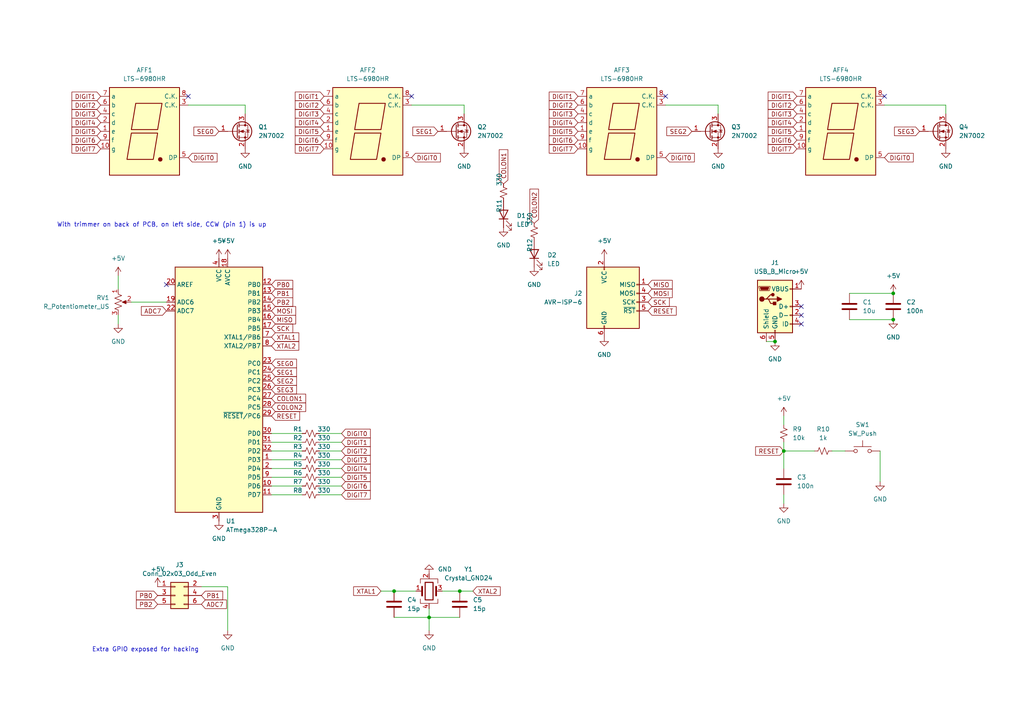
<source format=kicad_sch>
(kicad_sch (version 20211123) (generator eeschema)

  (uuid e63e39d7-6ac0-4ffd-8aa3-1841a4541b55)

  (paper "A4")

  (lib_symbols
    (symbol "Connector:AVR-ISP-6" (pin_names (offset 1.016)) (in_bom yes) (on_board yes)
      (property "Reference" "J" (id 0) (at -6.35 11.43 0)
        (effects (font (size 1.27 1.27)) (justify left))
      )
      (property "Value" "AVR-ISP-6" (id 1) (at 0 11.43 0)
        (effects (font (size 1.27 1.27)) (justify left))
      )
      (property "Footprint" "" (id 2) (at -6.35 1.27 90)
        (effects (font (size 1.27 1.27)) hide)
      )
      (property "Datasheet" " ~" (id 3) (at -32.385 -13.97 0)
        (effects (font (size 1.27 1.27)) hide)
      )
      (property "ki_keywords" "AVR ISP Connector" (id 4) (at 0 0 0)
        (effects (font (size 1.27 1.27)) hide)
      )
      (property "ki_description" "Atmel 6-pin ISP connector" (id 5) (at 0 0 0)
        (effects (font (size 1.27 1.27)) hide)
      )
      (property "ki_fp_filters" "IDC?Header*2x03* Pin?Header*2x03*" (id 6) (at 0 0 0)
        (effects (font (size 1.27 1.27)) hide)
      )
      (symbol "AVR-ISP-6_0_1"
        (rectangle (start -2.667 -6.858) (end -2.413 -7.62)
          (stroke (width 0) (type default) (color 0 0 0 0))
          (fill (type none))
        )
        (rectangle (start -2.667 10.16) (end -2.413 9.398)
          (stroke (width 0) (type default) (color 0 0 0 0))
          (fill (type none))
        )
        (rectangle (start 7.62 -2.413) (end 6.858 -2.667)
          (stroke (width 0) (type default) (color 0 0 0 0))
          (fill (type none))
        )
        (rectangle (start 7.62 0.127) (end 6.858 -0.127)
          (stroke (width 0) (type default) (color 0 0 0 0))
          (fill (type none))
        )
        (rectangle (start 7.62 2.667) (end 6.858 2.413)
          (stroke (width 0) (type default) (color 0 0 0 0))
          (fill (type none))
        )
        (rectangle (start 7.62 5.207) (end 6.858 4.953)
          (stroke (width 0) (type default) (color 0 0 0 0))
          (fill (type none))
        )
        (rectangle (start 7.62 10.16) (end -7.62 -7.62)
          (stroke (width 0.254) (type default) (color 0 0 0 0))
          (fill (type background))
        )
      )
      (symbol "AVR-ISP-6_1_1"
        (pin passive line (at 10.16 5.08 180) (length 2.54)
          (name "MISO" (effects (font (size 1.27 1.27))))
          (number "1" (effects (font (size 1.27 1.27))))
        )
        (pin passive line (at -2.54 12.7 270) (length 2.54)
          (name "VCC" (effects (font (size 1.27 1.27))))
          (number "2" (effects (font (size 1.27 1.27))))
        )
        (pin passive line (at 10.16 0 180) (length 2.54)
          (name "SCK" (effects (font (size 1.27 1.27))))
          (number "3" (effects (font (size 1.27 1.27))))
        )
        (pin passive line (at 10.16 2.54 180) (length 2.54)
          (name "MOSI" (effects (font (size 1.27 1.27))))
          (number "4" (effects (font (size 1.27 1.27))))
        )
        (pin passive line (at 10.16 -2.54 180) (length 2.54)
          (name "~{RST}" (effects (font (size 1.27 1.27))))
          (number "5" (effects (font (size 1.27 1.27))))
        )
        (pin passive line (at -2.54 -10.16 90) (length 2.54)
          (name "GND" (effects (font (size 1.27 1.27))))
          (number "6" (effects (font (size 1.27 1.27))))
        )
      )
    )
    (symbol "Connector:USB_B_Micro" (pin_names (offset 1.016)) (in_bom yes) (on_board yes)
      (property "Reference" "J" (id 0) (at -5.08 11.43 0)
        (effects (font (size 1.27 1.27)) (justify left))
      )
      (property "Value" "USB_B_Micro" (id 1) (at -5.08 8.89 0)
        (effects (font (size 1.27 1.27)) (justify left))
      )
      (property "Footprint" "" (id 2) (at 3.81 -1.27 0)
        (effects (font (size 1.27 1.27)) hide)
      )
      (property "Datasheet" "~" (id 3) (at 3.81 -1.27 0)
        (effects (font (size 1.27 1.27)) hide)
      )
      (property "ki_keywords" "connector USB micro" (id 4) (at 0 0 0)
        (effects (font (size 1.27 1.27)) hide)
      )
      (property "ki_description" "USB Micro Type B connector" (id 5) (at 0 0 0)
        (effects (font (size 1.27 1.27)) hide)
      )
      (property "ki_fp_filters" "USB*" (id 6) (at 0 0 0)
        (effects (font (size 1.27 1.27)) hide)
      )
      (symbol "USB_B_Micro_0_1"
        (rectangle (start -5.08 -7.62) (end 5.08 7.62)
          (stroke (width 0.254) (type default) (color 0 0 0 0))
          (fill (type background))
        )
        (circle (center -3.81 2.159) (radius 0.635)
          (stroke (width 0.254) (type default) (color 0 0 0 0))
          (fill (type outline))
        )
        (circle (center -0.635 3.429) (radius 0.381)
          (stroke (width 0.254) (type default) (color 0 0 0 0))
          (fill (type outline))
        )
        (rectangle (start -0.127 -7.62) (end 0.127 -6.858)
          (stroke (width 0) (type default) (color 0 0 0 0))
          (fill (type none))
        )
        (polyline
          (pts
            (xy -1.905 2.159)
            (xy 0.635 2.159)
          )
          (stroke (width 0.254) (type default) (color 0 0 0 0))
          (fill (type none))
        )
        (polyline
          (pts
            (xy -3.175 2.159)
            (xy -2.54 2.159)
            (xy -1.27 3.429)
            (xy -0.635 3.429)
          )
          (stroke (width 0.254) (type default) (color 0 0 0 0))
          (fill (type none))
        )
        (polyline
          (pts
            (xy -2.54 2.159)
            (xy -1.905 2.159)
            (xy -1.27 0.889)
            (xy 0 0.889)
          )
          (stroke (width 0.254) (type default) (color 0 0 0 0))
          (fill (type none))
        )
        (polyline
          (pts
            (xy 0.635 2.794)
            (xy 0.635 1.524)
            (xy 1.905 2.159)
            (xy 0.635 2.794)
          )
          (stroke (width 0.254) (type default) (color 0 0 0 0))
          (fill (type outline))
        )
        (polyline
          (pts
            (xy -4.318 5.588)
            (xy -1.778 5.588)
            (xy -2.032 4.826)
            (xy -4.064 4.826)
            (xy -4.318 5.588)
          )
          (stroke (width 0) (type default) (color 0 0 0 0))
          (fill (type outline))
        )
        (polyline
          (pts
            (xy -4.699 5.842)
            (xy -4.699 5.588)
            (xy -4.445 4.826)
            (xy -4.445 4.572)
            (xy -1.651 4.572)
            (xy -1.651 4.826)
            (xy -1.397 5.588)
            (xy -1.397 5.842)
            (xy -4.699 5.842)
          )
          (stroke (width 0) (type default) (color 0 0 0 0))
          (fill (type none))
        )
        (rectangle (start 0.254 1.27) (end -0.508 0.508)
          (stroke (width 0.254) (type default) (color 0 0 0 0))
          (fill (type outline))
        )
        (rectangle (start 5.08 -5.207) (end 4.318 -4.953)
          (stroke (width 0) (type default) (color 0 0 0 0))
          (fill (type none))
        )
        (rectangle (start 5.08 -2.667) (end 4.318 -2.413)
          (stroke (width 0) (type default) (color 0 0 0 0))
          (fill (type none))
        )
        (rectangle (start 5.08 -0.127) (end 4.318 0.127)
          (stroke (width 0) (type default) (color 0 0 0 0))
          (fill (type none))
        )
        (rectangle (start 5.08 4.953) (end 4.318 5.207)
          (stroke (width 0) (type default) (color 0 0 0 0))
          (fill (type none))
        )
      )
      (symbol "USB_B_Micro_1_1"
        (pin power_out line (at 7.62 5.08 180) (length 2.54)
          (name "VBUS" (effects (font (size 1.27 1.27))))
          (number "1" (effects (font (size 1.27 1.27))))
        )
        (pin bidirectional line (at 7.62 -2.54 180) (length 2.54)
          (name "D-" (effects (font (size 1.27 1.27))))
          (number "2" (effects (font (size 1.27 1.27))))
        )
        (pin bidirectional line (at 7.62 0 180) (length 2.54)
          (name "D+" (effects (font (size 1.27 1.27))))
          (number "3" (effects (font (size 1.27 1.27))))
        )
        (pin passive line (at 7.62 -5.08 180) (length 2.54)
          (name "ID" (effects (font (size 1.27 1.27))))
          (number "4" (effects (font (size 1.27 1.27))))
        )
        (pin power_out line (at 0 -10.16 90) (length 2.54)
          (name "GND" (effects (font (size 1.27 1.27))))
          (number "5" (effects (font (size 1.27 1.27))))
        )
        (pin passive line (at -2.54 -10.16 90) (length 2.54)
          (name "Shield" (effects (font (size 1.27 1.27))))
          (number "6" (effects (font (size 1.27 1.27))))
        )
      )
    )
    (symbol "Connector_Generic:Conn_02x03_Odd_Even" (pin_names (offset 1.016) hide) (in_bom yes) (on_board yes)
      (property "Reference" "J" (id 0) (at 1.27 5.08 0)
        (effects (font (size 1.27 1.27)))
      )
      (property "Value" "Conn_02x03_Odd_Even" (id 1) (at 1.27 -5.08 0)
        (effects (font (size 1.27 1.27)))
      )
      (property "Footprint" "" (id 2) (at 0 0 0)
        (effects (font (size 1.27 1.27)) hide)
      )
      (property "Datasheet" "~" (id 3) (at 0 0 0)
        (effects (font (size 1.27 1.27)) hide)
      )
      (property "ki_keywords" "connector" (id 4) (at 0 0 0)
        (effects (font (size 1.27 1.27)) hide)
      )
      (property "ki_description" "Generic connector, double row, 02x03, odd/even pin numbering scheme (row 1 odd numbers, row 2 even numbers), script generated (kicad-library-utils/schlib/autogen/connector/)" (id 5) (at 0 0 0)
        (effects (font (size 1.27 1.27)) hide)
      )
      (property "ki_fp_filters" "Connector*:*_2x??_*" (id 6) (at 0 0 0)
        (effects (font (size 1.27 1.27)) hide)
      )
      (symbol "Conn_02x03_Odd_Even_1_1"
        (rectangle (start -1.27 -2.413) (end 0 -2.667)
          (stroke (width 0.1524) (type default) (color 0 0 0 0))
          (fill (type none))
        )
        (rectangle (start -1.27 0.127) (end 0 -0.127)
          (stroke (width 0.1524) (type default) (color 0 0 0 0))
          (fill (type none))
        )
        (rectangle (start -1.27 2.667) (end 0 2.413)
          (stroke (width 0.1524) (type default) (color 0 0 0 0))
          (fill (type none))
        )
        (rectangle (start -1.27 3.81) (end 3.81 -3.81)
          (stroke (width 0.254) (type default) (color 0 0 0 0))
          (fill (type background))
        )
        (rectangle (start 3.81 -2.413) (end 2.54 -2.667)
          (stroke (width 0.1524) (type default) (color 0 0 0 0))
          (fill (type none))
        )
        (rectangle (start 3.81 0.127) (end 2.54 -0.127)
          (stroke (width 0.1524) (type default) (color 0 0 0 0))
          (fill (type none))
        )
        (rectangle (start 3.81 2.667) (end 2.54 2.413)
          (stroke (width 0.1524) (type default) (color 0 0 0 0))
          (fill (type none))
        )
        (pin passive line (at -5.08 2.54 0) (length 3.81)
          (name "Pin_1" (effects (font (size 1.27 1.27))))
          (number "1" (effects (font (size 1.27 1.27))))
        )
        (pin passive line (at 7.62 2.54 180) (length 3.81)
          (name "Pin_2" (effects (font (size 1.27 1.27))))
          (number "2" (effects (font (size 1.27 1.27))))
        )
        (pin passive line (at -5.08 0 0) (length 3.81)
          (name "Pin_3" (effects (font (size 1.27 1.27))))
          (number "3" (effects (font (size 1.27 1.27))))
        )
        (pin passive line (at 7.62 0 180) (length 3.81)
          (name "Pin_4" (effects (font (size 1.27 1.27))))
          (number "4" (effects (font (size 1.27 1.27))))
        )
        (pin passive line (at -5.08 -2.54 0) (length 3.81)
          (name "Pin_5" (effects (font (size 1.27 1.27))))
          (number "5" (effects (font (size 1.27 1.27))))
        )
        (pin passive line (at 7.62 -2.54 180) (length 3.81)
          (name "Pin_6" (effects (font (size 1.27 1.27))))
          (number "6" (effects (font (size 1.27 1.27))))
        )
      )
    )
    (symbol "Device:C" (pin_numbers hide) (pin_names (offset 0.254)) (in_bom yes) (on_board yes)
      (property "Reference" "C" (id 0) (at 0.635 2.54 0)
        (effects (font (size 1.27 1.27)) (justify left))
      )
      (property "Value" "C" (id 1) (at 0.635 -2.54 0)
        (effects (font (size 1.27 1.27)) (justify left))
      )
      (property "Footprint" "" (id 2) (at 0.9652 -3.81 0)
        (effects (font (size 1.27 1.27)) hide)
      )
      (property "Datasheet" "~" (id 3) (at 0 0 0)
        (effects (font (size 1.27 1.27)) hide)
      )
      (property "ki_keywords" "cap capacitor" (id 4) (at 0 0 0)
        (effects (font (size 1.27 1.27)) hide)
      )
      (property "ki_description" "Unpolarized capacitor" (id 5) (at 0 0 0)
        (effects (font (size 1.27 1.27)) hide)
      )
      (property "ki_fp_filters" "C_*" (id 6) (at 0 0 0)
        (effects (font (size 1.27 1.27)) hide)
      )
      (symbol "C_0_1"
        (polyline
          (pts
            (xy -2.032 -0.762)
            (xy 2.032 -0.762)
          )
          (stroke (width 0.508) (type default) (color 0 0 0 0))
          (fill (type none))
        )
        (polyline
          (pts
            (xy -2.032 0.762)
            (xy 2.032 0.762)
          )
          (stroke (width 0.508) (type default) (color 0 0 0 0))
          (fill (type none))
        )
      )
      (symbol "C_1_1"
        (pin passive line (at 0 3.81 270) (length 2.794)
          (name "~" (effects (font (size 1.27 1.27))))
          (number "1" (effects (font (size 1.27 1.27))))
        )
        (pin passive line (at 0 -3.81 90) (length 2.794)
          (name "~" (effects (font (size 1.27 1.27))))
          (number "2" (effects (font (size 1.27 1.27))))
        )
      )
    )
    (symbol "Device:Crystal_GND24" (pin_names (offset 1.016) hide) (in_bom yes) (on_board yes)
      (property "Reference" "Y" (id 0) (at 3.175 5.08 0)
        (effects (font (size 1.27 1.27)) (justify left))
      )
      (property "Value" "Crystal_GND24" (id 1) (at 3.175 3.175 0)
        (effects (font (size 1.27 1.27)) (justify left))
      )
      (property "Footprint" "" (id 2) (at 0 0 0)
        (effects (font (size 1.27 1.27)) hide)
      )
      (property "Datasheet" "~" (id 3) (at 0 0 0)
        (effects (font (size 1.27 1.27)) hide)
      )
      (property "ki_keywords" "quartz ceramic resonator oscillator" (id 4) (at 0 0 0)
        (effects (font (size 1.27 1.27)) hide)
      )
      (property "ki_description" "Four pin crystal, GND on pins 2 and 4" (id 5) (at 0 0 0)
        (effects (font (size 1.27 1.27)) hide)
      )
      (property "ki_fp_filters" "Crystal*" (id 6) (at 0 0 0)
        (effects (font (size 1.27 1.27)) hide)
      )
      (symbol "Crystal_GND24_0_1"
        (rectangle (start -1.143 2.54) (end 1.143 -2.54)
          (stroke (width 0.3048) (type default) (color 0 0 0 0))
          (fill (type none))
        )
        (polyline
          (pts
            (xy -2.54 0)
            (xy -2.032 0)
          )
          (stroke (width 0) (type default) (color 0 0 0 0))
          (fill (type none))
        )
        (polyline
          (pts
            (xy -2.032 -1.27)
            (xy -2.032 1.27)
          )
          (stroke (width 0.508) (type default) (color 0 0 0 0))
          (fill (type none))
        )
        (polyline
          (pts
            (xy 0 -3.81)
            (xy 0 -3.556)
          )
          (stroke (width 0) (type default) (color 0 0 0 0))
          (fill (type none))
        )
        (polyline
          (pts
            (xy 0 3.556)
            (xy 0 3.81)
          )
          (stroke (width 0) (type default) (color 0 0 0 0))
          (fill (type none))
        )
        (polyline
          (pts
            (xy 2.032 -1.27)
            (xy 2.032 1.27)
          )
          (stroke (width 0.508) (type default) (color 0 0 0 0))
          (fill (type none))
        )
        (polyline
          (pts
            (xy 2.032 0)
            (xy 2.54 0)
          )
          (stroke (width 0) (type default) (color 0 0 0 0))
          (fill (type none))
        )
        (polyline
          (pts
            (xy -2.54 -2.286)
            (xy -2.54 -3.556)
            (xy 2.54 -3.556)
            (xy 2.54 -2.286)
          )
          (stroke (width 0) (type default) (color 0 0 0 0))
          (fill (type none))
        )
        (polyline
          (pts
            (xy -2.54 2.286)
            (xy -2.54 3.556)
            (xy 2.54 3.556)
            (xy 2.54 2.286)
          )
          (stroke (width 0) (type default) (color 0 0 0 0))
          (fill (type none))
        )
      )
      (symbol "Crystal_GND24_1_1"
        (pin passive line (at -3.81 0 0) (length 1.27)
          (name "1" (effects (font (size 1.27 1.27))))
          (number "1" (effects (font (size 1.27 1.27))))
        )
        (pin passive line (at 0 5.08 270) (length 1.27)
          (name "2" (effects (font (size 1.27 1.27))))
          (number "2" (effects (font (size 1.27 1.27))))
        )
        (pin passive line (at 3.81 0 180) (length 1.27)
          (name "3" (effects (font (size 1.27 1.27))))
          (number "3" (effects (font (size 1.27 1.27))))
        )
        (pin passive line (at 0 -5.08 90) (length 1.27)
          (name "4" (effects (font (size 1.27 1.27))))
          (number "4" (effects (font (size 1.27 1.27))))
        )
      )
    )
    (symbol "Device:LED" (pin_numbers hide) (pin_names (offset 1.016) hide) (in_bom yes) (on_board yes)
      (property "Reference" "D" (id 0) (at 0 2.54 0)
        (effects (font (size 1.27 1.27)))
      )
      (property "Value" "LED" (id 1) (at 0 -2.54 0)
        (effects (font (size 1.27 1.27)))
      )
      (property "Footprint" "" (id 2) (at 0 0 0)
        (effects (font (size 1.27 1.27)) hide)
      )
      (property "Datasheet" "~" (id 3) (at 0 0 0)
        (effects (font (size 1.27 1.27)) hide)
      )
      (property "ki_keywords" "LED diode" (id 4) (at 0 0 0)
        (effects (font (size 1.27 1.27)) hide)
      )
      (property "ki_description" "Light emitting diode" (id 5) (at 0 0 0)
        (effects (font (size 1.27 1.27)) hide)
      )
      (property "ki_fp_filters" "LED* LED_SMD:* LED_THT:*" (id 6) (at 0 0 0)
        (effects (font (size 1.27 1.27)) hide)
      )
      (symbol "LED_0_1"
        (polyline
          (pts
            (xy -1.27 -1.27)
            (xy -1.27 1.27)
          )
          (stroke (width 0.254) (type default) (color 0 0 0 0))
          (fill (type none))
        )
        (polyline
          (pts
            (xy -1.27 0)
            (xy 1.27 0)
          )
          (stroke (width 0) (type default) (color 0 0 0 0))
          (fill (type none))
        )
        (polyline
          (pts
            (xy 1.27 -1.27)
            (xy 1.27 1.27)
            (xy -1.27 0)
            (xy 1.27 -1.27)
          )
          (stroke (width 0.254) (type default) (color 0 0 0 0))
          (fill (type none))
        )
        (polyline
          (pts
            (xy -3.048 -0.762)
            (xy -4.572 -2.286)
            (xy -3.81 -2.286)
            (xy -4.572 -2.286)
            (xy -4.572 -1.524)
          )
          (stroke (width 0) (type default) (color 0 0 0 0))
          (fill (type none))
        )
        (polyline
          (pts
            (xy -1.778 -0.762)
            (xy -3.302 -2.286)
            (xy -2.54 -2.286)
            (xy -3.302 -2.286)
            (xy -3.302 -1.524)
          )
          (stroke (width 0) (type default) (color 0 0 0 0))
          (fill (type none))
        )
      )
      (symbol "LED_1_1"
        (pin passive line (at -3.81 0 0) (length 2.54)
          (name "K" (effects (font (size 1.27 1.27))))
          (number "1" (effects (font (size 1.27 1.27))))
        )
        (pin passive line (at 3.81 0 180) (length 2.54)
          (name "A" (effects (font (size 1.27 1.27))))
          (number "2" (effects (font (size 1.27 1.27))))
        )
      )
    )
    (symbol "Device:R_Potentiometer_US" (pin_names (offset 1.016) hide) (in_bom yes) (on_board yes)
      (property "Reference" "RV" (id 0) (at -4.445 0 90)
        (effects (font (size 1.27 1.27)))
      )
      (property "Value" "R_Potentiometer_US" (id 1) (at -2.54 0 90)
        (effects (font (size 1.27 1.27)))
      )
      (property "Footprint" "" (id 2) (at 0 0 0)
        (effects (font (size 1.27 1.27)) hide)
      )
      (property "Datasheet" "~" (id 3) (at 0 0 0)
        (effects (font (size 1.27 1.27)) hide)
      )
      (property "ki_keywords" "resistor variable" (id 4) (at 0 0 0)
        (effects (font (size 1.27 1.27)) hide)
      )
      (property "ki_description" "Potentiometer, US symbol" (id 5) (at 0 0 0)
        (effects (font (size 1.27 1.27)) hide)
      )
      (property "ki_fp_filters" "Potentiometer*" (id 6) (at 0 0 0)
        (effects (font (size 1.27 1.27)) hide)
      )
      (symbol "R_Potentiometer_US_0_1"
        (polyline
          (pts
            (xy 0 -2.286)
            (xy 0 -2.54)
          )
          (stroke (width 0) (type default) (color 0 0 0 0))
          (fill (type none))
        )
        (polyline
          (pts
            (xy 0 2.54)
            (xy 0 2.286)
          )
          (stroke (width 0) (type default) (color 0 0 0 0))
          (fill (type none))
        )
        (polyline
          (pts
            (xy 2.54 0)
            (xy 1.524 0)
          )
          (stroke (width 0) (type default) (color 0 0 0 0))
          (fill (type none))
        )
        (polyline
          (pts
            (xy 1.143 0)
            (xy 2.286 0.508)
            (xy 2.286 -0.508)
            (xy 1.143 0)
          )
          (stroke (width 0) (type default) (color 0 0 0 0))
          (fill (type outline))
        )
        (polyline
          (pts
            (xy 0 -0.762)
            (xy 1.016 -1.143)
            (xy 0 -1.524)
            (xy -1.016 -1.905)
            (xy 0 -2.286)
          )
          (stroke (width 0) (type default) (color 0 0 0 0))
          (fill (type none))
        )
        (polyline
          (pts
            (xy 0 0.762)
            (xy 1.016 0.381)
            (xy 0 0)
            (xy -1.016 -0.381)
            (xy 0 -0.762)
          )
          (stroke (width 0) (type default) (color 0 0 0 0))
          (fill (type none))
        )
        (polyline
          (pts
            (xy 0 2.286)
            (xy 1.016 1.905)
            (xy 0 1.524)
            (xy -1.016 1.143)
            (xy 0 0.762)
          )
          (stroke (width 0) (type default) (color 0 0 0 0))
          (fill (type none))
        )
      )
      (symbol "R_Potentiometer_US_1_1"
        (pin passive line (at 0 3.81 270) (length 1.27)
          (name "1" (effects (font (size 1.27 1.27))))
          (number "1" (effects (font (size 1.27 1.27))))
        )
        (pin passive line (at 3.81 0 180) (length 1.27)
          (name "2" (effects (font (size 1.27 1.27))))
          (number "2" (effects (font (size 1.27 1.27))))
        )
        (pin passive line (at 0 -3.81 90) (length 1.27)
          (name "3" (effects (font (size 1.27 1.27))))
          (number "3" (effects (font (size 1.27 1.27))))
        )
      )
    )
    (symbol "Device:R_Small_US" (pin_numbers hide) (pin_names (offset 0.254) hide) (in_bom yes) (on_board yes)
      (property "Reference" "R" (id 0) (at 0.762 0.508 0)
        (effects (font (size 1.27 1.27)) (justify left))
      )
      (property "Value" "R_Small_US" (id 1) (at 0.762 -1.016 0)
        (effects (font (size 1.27 1.27)) (justify left))
      )
      (property "Footprint" "" (id 2) (at 0 0 0)
        (effects (font (size 1.27 1.27)) hide)
      )
      (property "Datasheet" "~" (id 3) (at 0 0 0)
        (effects (font (size 1.27 1.27)) hide)
      )
      (property "ki_keywords" "r resistor" (id 4) (at 0 0 0)
        (effects (font (size 1.27 1.27)) hide)
      )
      (property "ki_description" "Resistor, small US symbol" (id 5) (at 0 0 0)
        (effects (font (size 1.27 1.27)) hide)
      )
      (property "ki_fp_filters" "R_*" (id 6) (at 0 0 0)
        (effects (font (size 1.27 1.27)) hide)
      )
      (symbol "R_Small_US_1_1"
        (polyline
          (pts
            (xy 0 0)
            (xy 1.016 -0.381)
            (xy 0 -0.762)
            (xy -1.016 -1.143)
            (xy 0 -1.524)
          )
          (stroke (width 0) (type default) (color 0 0 0 0))
          (fill (type none))
        )
        (polyline
          (pts
            (xy 0 1.524)
            (xy 1.016 1.143)
            (xy 0 0.762)
            (xy -1.016 0.381)
            (xy 0 0)
          )
          (stroke (width 0) (type default) (color 0 0 0 0))
          (fill (type none))
        )
        (pin passive line (at 0 2.54 270) (length 1.016)
          (name "~" (effects (font (size 1.27 1.27))))
          (number "1" (effects (font (size 1.27 1.27))))
        )
        (pin passive line (at 0 -2.54 90) (length 1.016)
          (name "~" (effects (font (size 1.27 1.27))))
          (number "2" (effects (font (size 1.27 1.27))))
        )
      )
    )
    (symbol "Display_Character:LTS-6980HR" (in_bom yes) (on_board yes)
      (property "Reference" "AFF" (id 0) (at -7.874 13.97 0)
        (effects (font (size 1.27 1.27)))
      )
      (property "Value" "LTS-6980HR" (id 1) (at 4.064 13.97 0)
        (effects (font (size 1.27 1.27)))
      )
      (property "Footprint" "Display_7Segment:7SegmentLED_LTS6760_LTS6780" (id 2) (at 0 -15.24 0)
        (effects (font (size 1.27 1.27)) hide)
      )
      (property "Datasheet" "http://datasheet.octopart.com/LTS-6960HR-Lite-On-datasheet-11803242.pdf" (id 3) (at 0 0 0)
        (effects (font (size 1.27 1.27)) hide)
      )
      (property "ki_keywords" "display LED 7-segment" (id 4) (at 0 0 0)
        (effects (font (size 1.27 1.27)) hide)
      )
      (property "ki_description" "DISPLAY 7 SEGMENTS common K, high efficient red" (id 5) (at 0 0 0)
        (effects (font (size 1.27 1.27)) hide)
      )
      (property "ki_fp_filters" "7SegmentLED?LTS6760?LTS6780*" (id 6) (at 0 0 0)
        (effects (font (size 1.27 1.27)) hide)
      )
      (symbol "LTS-6980HR_0_1"
        (rectangle (start -10.16 12.7) (end 10.16 -12.7)
          (stroke (width 0.254) (type default) (color 0 0 0 0))
          (fill (type background))
        )
        (polyline
          (pts
            (xy -3.81 -0.508)
            (xy 3.81 -0.508)
            (xy 2.54 -8.128)
            (xy -5.08 -8.128)
            (xy -3.81 -0.508)
            (xy -3.81 -0.508)
          )
          (stroke (width 0.254) (type default) (color 0 0 0 0))
          (fill (type none))
        )
        (polyline
          (pts
            (xy -2.54 8.128)
            (xy 5.08 8.128)
            (xy 3.81 0.508)
            (xy -3.81 0.508)
            (xy -2.54 8.128)
            (xy -2.54 8.128)
          )
          (stroke (width 0.254) (type default) (color 0 0 0 0))
          (fill (type none))
        )
        (circle (center 4.572 -8.128) (radius 0.508)
          (stroke (width 0.254) (type default) (color 0 0 0 0))
          (fill (type outline))
        )
      )
      (symbol "LTS-6980HR_1_1"
        (pin passive line (at -12.7 0 0) (length 2.54)
          (name "e" (effects (font (size 1.27 1.27))))
          (number "1" (effects (font (size 1.27 1.27))))
        )
        (pin passive line (at -12.7 -5.08 0) (length 2.54)
          (name "g" (effects (font (size 1.27 1.27))))
          (number "10" (effects (font (size 1.27 1.27))))
        )
        (pin passive line (at -12.7 2.54 0) (length 2.54)
          (name "d" (effects (font (size 1.27 1.27))))
          (number "2" (effects (font (size 1.27 1.27))))
        )
        (pin passive line (at 12.7 7.62 180) (length 2.54)
          (name "C.K." (effects (font (size 1.27 1.27))))
          (number "3" (effects (font (size 1.27 1.27))))
        )
        (pin passive line (at -12.7 5.08 0) (length 2.54)
          (name "c" (effects (font (size 1.27 1.27))))
          (number "4" (effects (font (size 1.27 1.27))))
        )
        (pin passive line (at 12.7 -7.62 180) (length 2.54)
          (name "DP" (effects (font (size 1.27 1.27))))
          (number "5" (effects (font (size 1.27 1.27))))
        )
        (pin passive line (at -12.7 7.62 0) (length 2.54)
          (name "b" (effects (font (size 1.27 1.27))))
          (number "6" (effects (font (size 1.27 1.27))))
        )
        (pin passive line (at -12.7 10.16 0) (length 2.54)
          (name "a" (effects (font (size 1.27 1.27))))
          (number "7" (effects (font (size 1.27 1.27))))
        )
        (pin passive line (at 12.7 10.16 180) (length 2.54)
          (name "C.K." (effects (font (size 1.27 1.27))))
          (number "8" (effects (font (size 1.27 1.27))))
        )
        (pin passive line (at -12.7 -2.54 0) (length 2.54)
          (name "f" (effects (font (size 1.27 1.27))))
          (number "9" (effects (font (size 1.27 1.27))))
        )
      )
    )
    (symbol "MCU_Microchip_ATmega:ATmega328P-A" (in_bom yes) (on_board yes)
      (property "Reference" "U" (id 0) (at -12.7 36.83 0)
        (effects (font (size 1.27 1.27)) (justify left bottom))
      )
      (property "Value" "ATmega328P-A" (id 1) (at 2.54 -36.83 0)
        (effects (font (size 1.27 1.27)) (justify left top))
      )
      (property "Footprint" "Package_QFP:TQFP-32_7x7mm_P0.8mm" (id 2) (at 0 0 0)
        (effects (font (size 1.27 1.27) italic) hide)
      )
      (property "Datasheet" "http://ww1.microchip.com/downloads/en/DeviceDoc/ATmega328_P%20AVR%20MCU%20with%20picoPower%20Technology%20Data%20Sheet%2040001984A.pdf" (id 3) (at 0 0 0)
        (effects (font (size 1.27 1.27)) hide)
      )
      (property "ki_keywords" "AVR 8bit Microcontroller MegaAVR PicoPower" (id 4) (at 0 0 0)
        (effects (font (size 1.27 1.27)) hide)
      )
      (property "ki_description" "20MHz, 32kB Flash, 2kB SRAM, 1kB EEPROM, TQFP-32" (id 5) (at 0 0 0)
        (effects (font (size 1.27 1.27)) hide)
      )
      (property "ki_fp_filters" "TQFP*7x7mm*P0.8mm*" (id 6) (at 0 0 0)
        (effects (font (size 1.27 1.27)) hide)
      )
      (symbol "ATmega328P-A_0_1"
        (rectangle (start -12.7 -35.56) (end 12.7 35.56)
          (stroke (width 0.254) (type default) (color 0 0 0 0))
          (fill (type background))
        )
      )
      (symbol "ATmega328P-A_1_1"
        (pin bidirectional line (at 15.24 -20.32 180) (length 2.54)
          (name "PD3" (effects (font (size 1.27 1.27))))
          (number "1" (effects (font (size 1.27 1.27))))
        )
        (pin bidirectional line (at 15.24 -27.94 180) (length 2.54)
          (name "PD6" (effects (font (size 1.27 1.27))))
          (number "10" (effects (font (size 1.27 1.27))))
        )
        (pin bidirectional line (at 15.24 -30.48 180) (length 2.54)
          (name "PD7" (effects (font (size 1.27 1.27))))
          (number "11" (effects (font (size 1.27 1.27))))
        )
        (pin bidirectional line (at 15.24 30.48 180) (length 2.54)
          (name "PB0" (effects (font (size 1.27 1.27))))
          (number "12" (effects (font (size 1.27 1.27))))
        )
        (pin bidirectional line (at 15.24 27.94 180) (length 2.54)
          (name "PB1" (effects (font (size 1.27 1.27))))
          (number "13" (effects (font (size 1.27 1.27))))
        )
        (pin bidirectional line (at 15.24 25.4 180) (length 2.54)
          (name "PB2" (effects (font (size 1.27 1.27))))
          (number "14" (effects (font (size 1.27 1.27))))
        )
        (pin bidirectional line (at 15.24 22.86 180) (length 2.54)
          (name "PB3" (effects (font (size 1.27 1.27))))
          (number "15" (effects (font (size 1.27 1.27))))
        )
        (pin bidirectional line (at 15.24 20.32 180) (length 2.54)
          (name "PB4" (effects (font (size 1.27 1.27))))
          (number "16" (effects (font (size 1.27 1.27))))
        )
        (pin bidirectional line (at 15.24 17.78 180) (length 2.54)
          (name "PB5" (effects (font (size 1.27 1.27))))
          (number "17" (effects (font (size 1.27 1.27))))
        )
        (pin power_in line (at 2.54 38.1 270) (length 2.54)
          (name "AVCC" (effects (font (size 1.27 1.27))))
          (number "18" (effects (font (size 1.27 1.27))))
        )
        (pin input line (at -15.24 25.4 0) (length 2.54)
          (name "ADC6" (effects (font (size 1.27 1.27))))
          (number "19" (effects (font (size 1.27 1.27))))
        )
        (pin bidirectional line (at 15.24 -22.86 180) (length 2.54)
          (name "PD4" (effects (font (size 1.27 1.27))))
          (number "2" (effects (font (size 1.27 1.27))))
        )
        (pin passive line (at -15.24 30.48 0) (length 2.54)
          (name "AREF" (effects (font (size 1.27 1.27))))
          (number "20" (effects (font (size 1.27 1.27))))
        )
        (pin passive line (at 0 -38.1 90) (length 2.54) hide
          (name "GND" (effects (font (size 1.27 1.27))))
          (number "21" (effects (font (size 1.27 1.27))))
        )
        (pin input line (at -15.24 22.86 0) (length 2.54)
          (name "ADC7" (effects (font (size 1.27 1.27))))
          (number "22" (effects (font (size 1.27 1.27))))
        )
        (pin bidirectional line (at 15.24 7.62 180) (length 2.54)
          (name "PC0" (effects (font (size 1.27 1.27))))
          (number "23" (effects (font (size 1.27 1.27))))
        )
        (pin bidirectional line (at 15.24 5.08 180) (length 2.54)
          (name "PC1" (effects (font (size 1.27 1.27))))
          (number "24" (effects (font (size 1.27 1.27))))
        )
        (pin bidirectional line (at 15.24 2.54 180) (length 2.54)
          (name "PC2" (effects (font (size 1.27 1.27))))
          (number "25" (effects (font (size 1.27 1.27))))
        )
        (pin bidirectional line (at 15.24 0 180) (length 2.54)
          (name "PC3" (effects (font (size 1.27 1.27))))
          (number "26" (effects (font (size 1.27 1.27))))
        )
        (pin bidirectional line (at 15.24 -2.54 180) (length 2.54)
          (name "PC4" (effects (font (size 1.27 1.27))))
          (number "27" (effects (font (size 1.27 1.27))))
        )
        (pin bidirectional line (at 15.24 -5.08 180) (length 2.54)
          (name "PC5" (effects (font (size 1.27 1.27))))
          (number "28" (effects (font (size 1.27 1.27))))
        )
        (pin bidirectional line (at 15.24 -7.62 180) (length 2.54)
          (name "~{RESET}/PC6" (effects (font (size 1.27 1.27))))
          (number "29" (effects (font (size 1.27 1.27))))
        )
        (pin power_in line (at 0 -38.1 90) (length 2.54)
          (name "GND" (effects (font (size 1.27 1.27))))
          (number "3" (effects (font (size 1.27 1.27))))
        )
        (pin bidirectional line (at 15.24 -12.7 180) (length 2.54)
          (name "PD0" (effects (font (size 1.27 1.27))))
          (number "30" (effects (font (size 1.27 1.27))))
        )
        (pin bidirectional line (at 15.24 -15.24 180) (length 2.54)
          (name "PD1" (effects (font (size 1.27 1.27))))
          (number "31" (effects (font (size 1.27 1.27))))
        )
        (pin bidirectional line (at 15.24 -17.78 180) (length 2.54)
          (name "PD2" (effects (font (size 1.27 1.27))))
          (number "32" (effects (font (size 1.27 1.27))))
        )
        (pin power_in line (at 0 38.1 270) (length 2.54)
          (name "VCC" (effects (font (size 1.27 1.27))))
          (number "4" (effects (font (size 1.27 1.27))))
        )
        (pin passive line (at 0 -38.1 90) (length 2.54) hide
          (name "GND" (effects (font (size 1.27 1.27))))
          (number "5" (effects (font (size 1.27 1.27))))
        )
        (pin passive line (at 0 38.1 270) (length 2.54) hide
          (name "VCC" (effects (font (size 1.27 1.27))))
          (number "6" (effects (font (size 1.27 1.27))))
        )
        (pin bidirectional line (at 15.24 15.24 180) (length 2.54)
          (name "XTAL1/PB6" (effects (font (size 1.27 1.27))))
          (number "7" (effects (font (size 1.27 1.27))))
        )
        (pin bidirectional line (at 15.24 12.7 180) (length 2.54)
          (name "XTAL2/PB7" (effects (font (size 1.27 1.27))))
          (number "8" (effects (font (size 1.27 1.27))))
        )
        (pin bidirectional line (at 15.24 -25.4 180) (length 2.54)
          (name "PD5" (effects (font (size 1.27 1.27))))
          (number "9" (effects (font (size 1.27 1.27))))
        )
      )
    )
    (symbol "Switch:SW_Push" (pin_numbers hide) (pin_names (offset 1.016) hide) (in_bom yes) (on_board yes)
      (property "Reference" "SW" (id 0) (at 1.27 2.54 0)
        (effects (font (size 1.27 1.27)) (justify left))
      )
      (property "Value" "SW_Push" (id 1) (at 0 -1.524 0)
        (effects (font (size 1.27 1.27)))
      )
      (property "Footprint" "" (id 2) (at 0 5.08 0)
        (effects (font (size 1.27 1.27)) hide)
      )
      (property "Datasheet" "~" (id 3) (at 0 5.08 0)
        (effects (font (size 1.27 1.27)) hide)
      )
      (property "ki_keywords" "switch normally-open pushbutton push-button" (id 4) (at 0 0 0)
        (effects (font (size 1.27 1.27)) hide)
      )
      (property "ki_description" "Push button switch, generic, two pins" (id 5) (at 0 0 0)
        (effects (font (size 1.27 1.27)) hide)
      )
      (symbol "SW_Push_0_1"
        (circle (center -2.032 0) (radius 0.508)
          (stroke (width 0) (type default) (color 0 0 0 0))
          (fill (type none))
        )
        (polyline
          (pts
            (xy 0 1.27)
            (xy 0 3.048)
          )
          (stroke (width 0) (type default) (color 0 0 0 0))
          (fill (type none))
        )
        (polyline
          (pts
            (xy 2.54 1.27)
            (xy -2.54 1.27)
          )
          (stroke (width 0) (type default) (color 0 0 0 0))
          (fill (type none))
        )
        (circle (center 2.032 0) (radius 0.508)
          (stroke (width 0) (type default) (color 0 0 0 0))
          (fill (type none))
        )
        (pin passive line (at -5.08 0 0) (length 2.54)
          (name "1" (effects (font (size 1.27 1.27))))
          (number "1" (effects (font (size 1.27 1.27))))
        )
        (pin passive line (at 5.08 0 180) (length 2.54)
          (name "2" (effects (font (size 1.27 1.27))))
          (number "2" (effects (font (size 1.27 1.27))))
        )
      )
    )
    (symbol "Transistor_FET:2N7002" (pin_names hide) (in_bom yes) (on_board yes)
      (property "Reference" "Q" (id 0) (at 5.08 1.905 0)
        (effects (font (size 1.27 1.27)) (justify left))
      )
      (property "Value" "2N7002" (id 1) (at 5.08 0 0)
        (effects (font (size 1.27 1.27)) (justify left))
      )
      (property "Footprint" "Package_TO_SOT_SMD:SOT-23" (id 2) (at 5.08 -1.905 0)
        (effects (font (size 1.27 1.27) italic) (justify left) hide)
      )
      (property "Datasheet" "https://www.onsemi.com/pub/Collateral/NDS7002A-D.PDF" (id 3) (at 0 0 0)
        (effects (font (size 1.27 1.27)) (justify left) hide)
      )
      (property "ki_keywords" "N-Channel Switching MOSFET" (id 4) (at 0 0 0)
        (effects (font (size 1.27 1.27)) hide)
      )
      (property "ki_description" "0.115A Id, 60V Vds, N-Channel MOSFET, SOT-23" (id 5) (at 0 0 0)
        (effects (font (size 1.27 1.27)) hide)
      )
      (property "ki_fp_filters" "SOT?23*" (id 6) (at 0 0 0)
        (effects (font (size 1.27 1.27)) hide)
      )
      (symbol "2N7002_0_1"
        (polyline
          (pts
            (xy 0.254 0)
            (xy -2.54 0)
          )
          (stroke (width 0) (type default) (color 0 0 0 0))
          (fill (type none))
        )
        (polyline
          (pts
            (xy 0.254 1.905)
            (xy 0.254 -1.905)
          )
          (stroke (width 0.254) (type default) (color 0 0 0 0))
          (fill (type none))
        )
        (polyline
          (pts
            (xy 0.762 -1.27)
            (xy 0.762 -2.286)
          )
          (stroke (width 0.254) (type default) (color 0 0 0 0))
          (fill (type none))
        )
        (polyline
          (pts
            (xy 0.762 0.508)
            (xy 0.762 -0.508)
          )
          (stroke (width 0.254) (type default) (color 0 0 0 0))
          (fill (type none))
        )
        (polyline
          (pts
            (xy 0.762 2.286)
            (xy 0.762 1.27)
          )
          (stroke (width 0.254) (type default) (color 0 0 0 0))
          (fill (type none))
        )
        (polyline
          (pts
            (xy 2.54 2.54)
            (xy 2.54 1.778)
          )
          (stroke (width 0) (type default) (color 0 0 0 0))
          (fill (type none))
        )
        (polyline
          (pts
            (xy 2.54 -2.54)
            (xy 2.54 0)
            (xy 0.762 0)
          )
          (stroke (width 0) (type default) (color 0 0 0 0))
          (fill (type none))
        )
        (polyline
          (pts
            (xy 0.762 -1.778)
            (xy 3.302 -1.778)
            (xy 3.302 1.778)
            (xy 0.762 1.778)
          )
          (stroke (width 0) (type default) (color 0 0 0 0))
          (fill (type none))
        )
        (polyline
          (pts
            (xy 1.016 0)
            (xy 2.032 0.381)
            (xy 2.032 -0.381)
            (xy 1.016 0)
          )
          (stroke (width 0) (type default) (color 0 0 0 0))
          (fill (type outline))
        )
        (polyline
          (pts
            (xy 2.794 0.508)
            (xy 2.921 0.381)
            (xy 3.683 0.381)
            (xy 3.81 0.254)
          )
          (stroke (width 0) (type default) (color 0 0 0 0))
          (fill (type none))
        )
        (polyline
          (pts
            (xy 3.302 0.381)
            (xy 2.921 -0.254)
            (xy 3.683 -0.254)
            (xy 3.302 0.381)
          )
          (stroke (width 0) (type default) (color 0 0 0 0))
          (fill (type none))
        )
        (circle (center 1.651 0) (radius 2.794)
          (stroke (width 0.254) (type default) (color 0 0 0 0))
          (fill (type none))
        )
        (circle (center 2.54 -1.778) (radius 0.254)
          (stroke (width 0) (type default) (color 0 0 0 0))
          (fill (type outline))
        )
        (circle (center 2.54 1.778) (radius 0.254)
          (stroke (width 0) (type default) (color 0 0 0 0))
          (fill (type outline))
        )
      )
      (symbol "2N7002_1_1"
        (pin input line (at -5.08 0 0) (length 2.54)
          (name "G" (effects (font (size 1.27 1.27))))
          (number "1" (effects (font (size 1.27 1.27))))
        )
        (pin passive line (at 2.54 -5.08 90) (length 2.54)
          (name "S" (effects (font (size 1.27 1.27))))
          (number "2" (effects (font (size 1.27 1.27))))
        )
        (pin passive line (at 2.54 5.08 270) (length 2.54)
          (name "D" (effects (font (size 1.27 1.27))))
          (number "3" (effects (font (size 1.27 1.27))))
        )
      )
    )
    (symbol "power:+5V" (power) (pin_names (offset 0)) (in_bom yes) (on_board yes)
      (property "Reference" "#PWR" (id 0) (at 0 -3.81 0)
        (effects (font (size 1.27 1.27)) hide)
      )
      (property "Value" "+5V" (id 1) (at 0 3.556 0)
        (effects (font (size 1.27 1.27)))
      )
      (property "Footprint" "" (id 2) (at 0 0 0)
        (effects (font (size 1.27 1.27)) hide)
      )
      (property "Datasheet" "" (id 3) (at 0 0 0)
        (effects (font (size 1.27 1.27)) hide)
      )
      (property "ki_keywords" "power-flag" (id 4) (at 0 0 0)
        (effects (font (size 1.27 1.27)) hide)
      )
      (property "ki_description" "Power symbol creates a global label with name \"+5V\"" (id 5) (at 0 0 0)
        (effects (font (size 1.27 1.27)) hide)
      )
      (symbol "+5V_0_1"
        (polyline
          (pts
            (xy -0.762 1.27)
            (xy 0 2.54)
          )
          (stroke (width 0) (type default) (color 0 0 0 0))
          (fill (type none))
        )
        (polyline
          (pts
            (xy 0 0)
            (xy 0 2.54)
          )
          (stroke (width 0) (type default) (color 0 0 0 0))
          (fill (type none))
        )
        (polyline
          (pts
            (xy 0 2.54)
            (xy 0.762 1.27)
          )
          (stroke (width 0) (type default) (color 0 0 0 0))
          (fill (type none))
        )
      )
      (symbol "+5V_1_1"
        (pin power_in line (at 0 0 90) (length 0) hide
          (name "+5V" (effects (font (size 1.27 1.27))))
          (number "1" (effects (font (size 1.27 1.27))))
        )
      )
    )
    (symbol "power:GND" (power) (pin_names (offset 0)) (in_bom yes) (on_board yes)
      (property "Reference" "#PWR" (id 0) (at 0 -6.35 0)
        (effects (font (size 1.27 1.27)) hide)
      )
      (property "Value" "GND" (id 1) (at 0 -3.81 0)
        (effects (font (size 1.27 1.27)))
      )
      (property "Footprint" "" (id 2) (at 0 0 0)
        (effects (font (size 1.27 1.27)) hide)
      )
      (property "Datasheet" "" (id 3) (at 0 0 0)
        (effects (font (size 1.27 1.27)) hide)
      )
      (property "ki_keywords" "power-flag" (id 4) (at 0 0 0)
        (effects (font (size 1.27 1.27)) hide)
      )
      (property "ki_description" "Power symbol creates a global label with name \"GND\" , ground" (id 5) (at 0 0 0)
        (effects (font (size 1.27 1.27)) hide)
      )
      (symbol "GND_0_1"
        (polyline
          (pts
            (xy 0 0)
            (xy 0 -1.27)
            (xy 1.27 -1.27)
            (xy 0 -2.54)
            (xy -1.27 -1.27)
            (xy 0 -1.27)
          )
          (stroke (width 0) (type default) (color 0 0 0 0))
          (fill (type none))
        )
      )
      (symbol "GND_1_1"
        (pin power_in line (at 0 0 270) (length 0) hide
          (name "GND" (effects (font (size 1.27 1.27))))
          (number "1" (effects (font (size 1.27 1.27))))
        )
      )
    )
  )

  (junction (at 259.08 92.71) (diameter 0) (color 0 0 0 0)
    (uuid 07e58b1e-5e3e-4e14-b4bf-890051a6abde)
  )
  (junction (at 227.33 130.81) (diameter 0) (color 0 0 0 0)
    (uuid 20142246-bda9-41bb-b9b3-51fcb4eaca64)
  )
  (junction (at 114.3 171.45) (diameter 0) (color 0 0 0 0)
    (uuid 229eabc1-8d54-4114-a1b8-94c54f8a2e75)
  )
  (junction (at 124.46 179.07) (diameter 0) (color 0 0 0 0)
    (uuid 6977d501-e1f7-4250-b6f0-fbfa6bfc6c5a)
  )
  (junction (at 224.79 99.06) (diameter 0) (color 0 0 0 0)
    (uuid 72a0d622-a918-465c-be5b-ca6c9ae00ba0)
  )
  (junction (at 259.08 85.09) (diameter 0) (color 0 0 0 0)
    (uuid bd67da5b-5eea-4a83-ae79-6a71618aeadd)
  )
  (junction (at 133.35 171.45) (diameter 0) (color 0 0 0 0)
    (uuid f1da67ce-96e2-4c58-a304-e204bdf05f17)
  )

  (no_connect (at 232.41 88.9) (uuid 0b4f29f1-c31d-4265-849f-903a896d8bc6))
  (no_connect (at 232.41 91.44) (uuid 0b4f29f1-c31d-4265-849f-903a896d8bc6))
  (no_connect (at 232.41 93.98) (uuid 0b4f29f1-c31d-4265-849f-903a896d8bc6))
  (no_connect (at 193.04 27.94) (uuid 545934a1-8e78-47c4-8b02-351f1f12ec37))
  (no_connect (at 119.38 27.94) (uuid 729d35a7-b8c9-4ac3-9685-e353e3a4140d))
  (no_connect (at 256.54 27.94) (uuid 8a78963e-0e5f-496e-93f4-5ae234644cf6))
  (no_connect (at 48.26 82.55) (uuid f0ba4ee8-2068-4e77-a62e-202dbb9aba0c))
  (no_connect (at 54.61 27.94) (uuid fbf2cb19-507d-4d90-ba3b-8cd1a5938846))

  (wire (pts (xy 78.74 135.89) (xy 87.63 135.89))
    (stroke (width 0) (type default) (color 0 0 0 0))
    (uuid 04f5ba14-90c0-4fd4-b838-3c0d4e141034)
  )
  (wire (pts (xy 124.46 182.88) (xy 124.46 179.07))
    (stroke (width 0) (type default) (color 0 0 0 0))
    (uuid 0878188b-3ee0-41b2-9473-3f6b78fc2625)
  )
  (wire (pts (xy 58.42 170.18) (xy 66.04 170.18))
    (stroke (width 0) (type default) (color 0 0 0 0))
    (uuid 0adbbe8f-0071-4835-8ef7-0b85fe354a27)
  )
  (wire (pts (xy 241.3 130.81) (xy 245.11 130.81))
    (stroke (width 0) (type default) (color 0 0 0 0))
    (uuid 0deb5dec-2672-409a-8d63-454088bcc738)
  )
  (wire (pts (xy 227.33 128.27) (xy 227.33 130.81))
    (stroke (width 0) (type default) (color 0 0 0 0))
    (uuid 1c360bac-8b5d-4549-ad49-cbe050f275f6)
  )
  (wire (pts (xy 246.38 85.09) (xy 259.08 85.09))
    (stroke (width 0) (type default) (color 0 0 0 0))
    (uuid 1cc167e4-155f-4021-8694-15ca169a4da0)
  )
  (wire (pts (xy 246.38 92.71) (xy 259.08 92.71))
    (stroke (width 0) (type default) (color 0 0 0 0))
    (uuid 1e4fbc88-f60a-43ed-b5bb-901a4f5cbb53)
  )
  (wire (pts (xy 92.71 135.89) (xy 99.06 135.89))
    (stroke (width 0) (type default) (color 0 0 0 0))
    (uuid 216d5ada-b170-4894-b7b1-1775444cd123)
  )
  (wire (pts (xy 92.71 133.35) (xy 99.06 133.35))
    (stroke (width 0) (type default) (color 0 0 0 0))
    (uuid 21bd6465-2cf3-4c09-aaac-6459ba805233)
  )
  (wire (pts (xy 208.28 30.48) (xy 208.28 33.02))
    (stroke (width 0) (type default) (color 0 0 0 0))
    (uuid 243703a8-a5c4-41d0-a4f7-4311598c3950)
  )
  (wire (pts (xy 78.74 130.81) (xy 87.63 130.81))
    (stroke (width 0) (type default) (color 0 0 0 0))
    (uuid 26bb373e-330b-4336-880a-ae72ab49b5c6)
  )
  (wire (pts (xy 110.49 171.45) (xy 114.3 171.45))
    (stroke (width 0) (type default) (color 0 0 0 0))
    (uuid 281d3298-d3b0-482c-aa63-977b350a5f57)
  )
  (wire (pts (xy 119.38 30.48) (xy 134.62 30.48))
    (stroke (width 0) (type default) (color 0 0 0 0))
    (uuid 2ad1ac08-af41-45a8-8324-3c57baeaf8fa)
  )
  (wire (pts (xy 38.1 87.63) (xy 48.26 87.63))
    (stroke (width 0) (type default) (color 0 0 0 0))
    (uuid 3f80963b-0078-4899-8197-742d098f915e)
  )
  (wire (pts (xy 274.32 30.48) (xy 274.32 33.02))
    (stroke (width 0) (type default) (color 0 0 0 0))
    (uuid 40d8eb19-9afd-446b-9a6a-c33037c0263c)
  )
  (wire (pts (xy 78.74 133.35) (xy 87.63 133.35))
    (stroke (width 0) (type default) (color 0 0 0 0))
    (uuid 52c1d940-2c89-4e29-9e29-92a9ddb74211)
  )
  (wire (pts (xy 54.61 30.48) (xy 71.12 30.48))
    (stroke (width 0) (type default) (color 0 0 0 0))
    (uuid 567837a6-2568-40ce-98a8-1c1c2b07517f)
  )
  (wire (pts (xy 256.54 30.48) (xy 274.32 30.48))
    (stroke (width 0) (type default) (color 0 0 0 0))
    (uuid 58dd8aec-bdc2-4694-b4f1-ee61d91e9be2)
  )
  (wire (pts (xy 133.35 171.45) (xy 137.16 171.45))
    (stroke (width 0) (type default) (color 0 0 0 0))
    (uuid 645cb493-e280-4cc4-a1f1-002949d9acef)
  )
  (wire (pts (xy 128.27 171.45) (xy 133.35 171.45))
    (stroke (width 0) (type default) (color 0 0 0 0))
    (uuid 731608f4-0ede-4ce0-a42f-3b1a44f86694)
  )
  (wire (pts (xy 78.74 140.97) (xy 87.63 140.97))
    (stroke (width 0) (type default) (color 0 0 0 0))
    (uuid 7338a6df-976d-46e2-a992-3e42455c76f0)
  )
  (wire (pts (xy 92.71 130.81) (xy 99.06 130.81))
    (stroke (width 0) (type default) (color 0 0 0 0))
    (uuid 7cd557e6-b3a0-43bc-95b9-eb52e89273eb)
  )
  (wire (pts (xy 34.29 91.44) (xy 34.29 93.98))
    (stroke (width 0) (type default) (color 0 0 0 0))
    (uuid 8277ea47-35c8-43ea-a1b6-ac32ae041e3d)
  )
  (wire (pts (xy 134.62 30.48) (xy 134.62 33.02))
    (stroke (width 0) (type default) (color 0 0 0 0))
    (uuid 846143d8-a6ea-46ff-9778-2adff3d20a36)
  )
  (wire (pts (xy 92.71 125.73) (xy 99.06 125.73))
    (stroke (width 0) (type default) (color 0 0 0 0))
    (uuid 86a79bf0-ba97-4253-8b37-3871bb7ebce6)
  )
  (wire (pts (xy 124.46 179.07) (xy 124.46 176.53))
    (stroke (width 0) (type default) (color 0 0 0 0))
    (uuid 8899f4b9-c864-47b7-8a34-6d7d2e84c3ac)
  )
  (wire (pts (xy 222.25 99.06) (xy 224.79 99.06))
    (stroke (width 0) (type default) (color 0 0 0 0))
    (uuid 8c16126d-ad24-4618-bb6f-caee0ba037bd)
  )
  (wire (pts (xy 114.3 171.45) (xy 120.65 171.45))
    (stroke (width 0) (type default) (color 0 0 0 0))
    (uuid 9a6d5a00-90bc-4626-bfb0-25ee72c8a10d)
  )
  (wire (pts (xy 114.3 179.07) (xy 124.46 179.07))
    (stroke (width 0) (type default) (color 0 0 0 0))
    (uuid 9b0f269d-8361-4ad4-ad7d-b36ecd79bdf8)
  )
  (wire (pts (xy 78.74 128.27) (xy 87.63 128.27))
    (stroke (width 0) (type default) (color 0 0 0 0))
    (uuid 9e0de8c8-1773-4ec9-9a08-277664316bf8)
  )
  (wire (pts (xy 227.33 146.05) (xy 227.33 143.51))
    (stroke (width 0) (type default) (color 0 0 0 0))
    (uuid a1fdd233-2c1f-45c8-989d-4e13f26d981a)
  )
  (wire (pts (xy 92.71 140.97) (xy 99.06 140.97))
    (stroke (width 0) (type default) (color 0 0 0 0))
    (uuid a7c7d104-a874-4b44-b966-9645d06b5183)
  )
  (wire (pts (xy 92.71 128.27) (xy 99.06 128.27))
    (stroke (width 0) (type default) (color 0 0 0 0))
    (uuid ab27cdab-3a79-4bb3-863c-101883719052)
  )
  (wire (pts (xy 227.33 130.81) (xy 227.33 135.89))
    (stroke (width 0) (type default) (color 0 0 0 0))
    (uuid ab7fdba9-aa31-43a5-b149-9886230a950b)
  )
  (wire (pts (xy 124.46 179.07) (xy 133.35 179.07))
    (stroke (width 0) (type default) (color 0 0 0 0))
    (uuid bb19363f-b339-4e2a-9510-66fc0a341e40)
  )
  (wire (pts (xy 78.74 138.43) (xy 87.63 138.43))
    (stroke (width 0) (type default) (color 0 0 0 0))
    (uuid bc470733-98e1-4049-bfad-f910d34fe5c6)
  )
  (wire (pts (xy 227.33 120.65) (xy 227.33 123.19))
    (stroke (width 0) (type default) (color 0 0 0 0))
    (uuid c88ff2f0-5b88-46b4-ac97-70401271d31a)
  )
  (wire (pts (xy 92.71 143.51) (xy 99.06 143.51))
    (stroke (width 0) (type default) (color 0 0 0 0))
    (uuid cac1c303-2555-4d5a-bc88-a2386786b8e1)
  )
  (wire (pts (xy 193.04 30.48) (xy 208.28 30.48))
    (stroke (width 0) (type default) (color 0 0 0 0))
    (uuid d244f675-d2f4-433c-82a5-e7cec196f7ab)
  )
  (wire (pts (xy 78.74 143.51) (xy 87.63 143.51))
    (stroke (width 0) (type default) (color 0 0 0 0))
    (uuid d7eac1b7-118d-45f7-97e6-78934ce93f36)
  )
  (wire (pts (xy 71.12 30.48) (xy 71.12 33.02))
    (stroke (width 0) (type default) (color 0 0 0 0))
    (uuid df1787bb-8305-44f5-b1eb-b9e370ca3d00)
  )
  (wire (pts (xy 66.04 170.18) (xy 66.04 182.88))
    (stroke (width 0) (type default) (color 0 0 0 0))
    (uuid e0477a54-7f56-4039-8678-ddc4912cc228)
  )
  (wire (pts (xy 255.27 130.81) (xy 255.27 139.7))
    (stroke (width 0) (type default) (color 0 0 0 0))
    (uuid e618eb1c-2166-41ad-b922-f1e93b4d03e8)
  )
  (wire (pts (xy 227.33 130.81) (xy 236.22 130.81))
    (stroke (width 0) (type default) (color 0 0 0 0))
    (uuid e83aa868-8aef-463f-ab49-a63f03358079)
  )
  (wire (pts (xy 34.29 80.01) (xy 34.29 83.82))
    (stroke (width 0) (type default) (color 0 0 0 0))
    (uuid ea0d27fd-233e-4927-a2f5-dfadb00777b7)
  )
  (wire (pts (xy 92.71 138.43) (xy 99.06 138.43))
    (stroke (width 0) (type default) (color 0 0 0 0))
    (uuid eb66f522-5124-437d-83b8-4e79871236a8)
  )
  (wire (pts (xy 78.74 125.73) (xy 87.63 125.73))
    (stroke (width 0) (type default) (color 0 0 0 0))
    (uuid f633c55d-620c-4051-8065-de692e5c8878)
  )

  (text "Extra GPIO exposed for hacking" (at 26.67 189.23 0)
    (effects (font (size 1.27 1.27)) (justify left bottom))
    (uuid 0fecb4a1-c089-40d1-b8ed-d34a4a8d6c1a)
  )
  (text "With trimmer on back of PCB, on left side, CCW (pin 1) is up"
    (at 16.51 66.04 0)
    (effects (font (size 1.27 1.27)) (justify left bottom))
    (uuid 7f9af3a9-5627-4ba7-bd13-8aa9b545c07d)
  )

  (global_label "DIGIT7" (shape input) (at 167.64 43.18 180) (fields_autoplaced)
    (effects (font (size 1.27 1.27)) (justify right))
    (uuid 03d75f45-5ba9-410e-88d9-d431a564018f)
    (property "Intersheet References" "${INTERSHEET_REFS}" (id 0) (at 159.3002 43.1006 0)
      (effects (font (size 1.27 1.27)) (justify right) hide)
    )
  )
  (global_label "ADC7" (shape input) (at 58.42 175.26 0) (fields_autoplaced)
    (effects (font (size 1.27 1.27)) (justify left))
    (uuid 0509889f-31de-4e58-8dbd-7ee3e16bf4ec)
    (property "Intersheet References" "${INTERSHEET_REFS}" (id 0) (at 65.6712 175.1806 0)
      (effects (font (size 1.27 1.27)) (justify left) hide)
    )
  )
  (global_label "DIGIT1" (shape input) (at 231.14 27.94 180) (fields_autoplaced)
    (effects (font (size 1.27 1.27)) (justify right))
    (uuid 078481e7-e147-40de-80a0-47777b6f1f74)
    (property "Intersheet References" "${INTERSHEET_REFS}" (id 0) (at 222.8002 27.8606 0)
      (effects (font (size 1.27 1.27)) (justify right) hide)
    )
  )
  (global_label "DIGIT1" (shape input) (at 167.64 27.94 180) (fields_autoplaced)
    (effects (font (size 1.27 1.27)) (justify right))
    (uuid 07a69e4a-869b-484f-aaaa-50e614867267)
    (property "Intersheet References" "${INTERSHEET_REFS}" (id 0) (at 159.3002 27.8606 0)
      (effects (font (size 1.27 1.27)) (justify right) hide)
    )
  )
  (global_label "DIGIT3" (shape input) (at 29.21 33.02 180) (fields_autoplaced)
    (effects (font (size 1.27 1.27)) (justify right))
    (uuid 0d5d9f74-b463-4bb4-8ddc-413fd5b5f4ec)
    (property "Intersheet References" "${INTERSHEET_REFS}" (id 0) (at 20.8702 32.9406 0)
      (effects (font (size 1.27 1.27)) (justify right) hide)
    )
  )
  (global_label "DIGIT3" (shape input) (at 231.14 33.02 180) (fields_autoplaced)
    (effects (font (size 1.27 1.27)) (justify right))
    (uuid 0eb5a0d6-5cd0-4f65-af67-3d466efbeeea)
    (property "Intersheet References" "${INTERSHEET_REFS}" (id 0) (at 222.8002 32.9406 0)
      (effects (font (size 1.27 1.27)) (justify right) hide)
    )
  )
  (global_label "COLON2" (shape input) (at 78.74 118.11 0) (fields_autoplaced)
    (effects (font (size 1.27 1.27)) (justify left))
    (uuid 109cbe90-3e55-443c-b6ce-ccd521bc7b59)
    (property "Intersheet References" "${INTERSHEET_REFS}" (id 0) (at 88.6521 118.0306 0)
      (effects (font (size 1.27 1.27)) (justify left) hide)
    )
  )
  (global_label "XTAL1" (shape input) (at 110.49 171.45 180) (fields_autoplaced)
    (effects (font (size 1.27 1.27)) (justify right))
    (uuid 1143c3ac-a6b8-4637-94fb-f288b37eef86)
    (property "Intersheet References" "${INTERSHEET_REFS}" (id 0) (at 102.5736 171.3706 0)
      (effects (font (size 1.27 1.27)) (justify right) hide)
    )
  )
  (global_label "DIGIT6" (shape input) (at 93.98 40.64 180) (fields_autoplaced)
    (effects (font (size 1.27 1.27)) (justify right))
    (uuid 15a8cae4-ba86-47bf-8074-7878287f6f8f)
    (property "Intersheet References" "${INTERSHEET_REFS}" (id 0) (at 85.6402 40.5606 0)
      (effects (font (size 1.27 1.27)) (justify right) hide)
    )
  )
  (global_label "DIGIT0" (shape input) (at 119.38 45.72 0) (fields_autoplaced)
    (effects (font (size 1.27 1.27)) (justify left))
    (uuid 188b6c84-5093-4b78-934a-8c9eab014fee)
    (property "Intersheet References" "${INTERSHEET_REFS}" (id 0) (at 127.7198 45.6406 0)
      (effects (font (size 1.27 1.27)) (justify left) hide)
    )
  )
  (global_label "XTAL2" (shape input) (at 78.74 100.33 0) (fields_autoplaced)
    (effects (font (size 1.27 1.27)) (justify left))
    (uuid 191aa460-3edc-450d-9632-4c7bc2f42794)
    (property "Intersheet References" "${INTERSHEET_REFS}" (id 0) (at 86.6564 100.2506 0)
      (effects (font (size 1.27 1.27)) (justify left) hide)
    )
  )
  (global_label "PB0" (shape input) (at 78.74 82.55 0) (fields_autoplaced)
    (effects (font (size 1.27 1.27)) (justify left))
    (uuid 196557e6-e5d4-4d79-8f61-a59bfed2f733)
    (property "Intersheet References" "${INTERSHEET_REFS}" (id 0) (at 84.9026 82.4706 0)
      (effects (font (size 1.27 1.27)) (justify left) hide)
    )
  )
  (global_label "DIGIT3" (shape input) (at 167.64 33.02 180) (fields_autoplaced)
    (effects (font (size 1.27 1.27)) (justify right))
    (uuid 1c7cee09-d75c-450e-81db-90dbec975075)
    (property "Intersheet References" "${INTERSHEET_REFS}" (id 0) (at 159.3002 32.9406 0)
      (effects (font (size 1.27 1.27)) (justify right) hide)
    )
  )
  (global_label "SEG1" (shape input) (at 127 38.1 180) (fields_autoplaced)
    (effects (font (size 1.27 1.27)) (justify right))
    (uuid 1d3dcc0d-9cd5-48cb-9abf-0ee2d01f2f8d)
    (property "Intersheet References" "${INTERSHEET_REFS}" (id 0) (at 119.7488 38.1794 0)
      (effects (font (size 1.27 1.27)) (justify right) hide)
    )
  )
  (global_label "SEG2" (shape input) (at 200.66 38.1 180) (fields_autoplaced)
    (effects (font (size 1.27 1.27)) (justify right))
    (uuid 1e12e7c8-da92-4368-842a-bf36b2b07957)
    (property "Intersheet References" "${INTERSHEET_REFS}" (id 0) (at 193.4088 38.1794 0)
      (effects (font (size 1.27 1.27)) (justify right) hide)
    )
  )
  (global_label "DIGIT5" (shape input) (at 29.21 38.1 180) (fields_autoplaced)
    (effects (font (size 1.27 1.27)) (justify right))
    (uuid 1ed5f16b-3698-4295-9919-37258ca23aa4)
    (property "Intersheet References" "${INTERSHEET_REFS}" (id 0) (at 20.8702 38.0206 0)
      (effects (font (size 1.27 1.27)) (justify right) hide)
    )
  )
  (global_label "PB2" (shape input) (at 78.74 87.63 0) (fields_autoplaced)
    (effects (font (size 1.27 1.27)) (justify left))
    (uuid 1f83ae88-353e-4217-95b3-6e16b846bb00)
    (property "Intersheet References" "${INTERSHEET_REFS}" (id 0) (at 84.9026 87.5506 0)
      (effects (font (size 1.27 1.27)) (justify left) hide)
    )
  )
  (global_label "DIGIT6" (shape input) (at 29.21 40.64 180) (fields_autoplaced)
    (effects (font (size 1.27 1.27)) (justify right))
    (uuid 29ba882d-4fd2-4da4-b3b1-6a97ceef73b9)
    (property "Intersheet References" "${INTERSHEET_REFS}" (id 0) (at 20.8702 40.5606 0)
      (effects (font (size 1.27 1.27)) (justify right) hide)
    )
  )
  (global_label "DIGIT7" (shape input) (at 29.21 43.18 180) (fields_autoplaced)
    (effects (font (size 1.27 1.27)) (justify right))
    (uuid 2be7b066-c2ff-480b-85f2-398b9dc58fb3)
    (property "Intersheet References" "${INTERSHEET_REFS}" (id 0) (at 20.8702 43.1006 0)
      (effects (font (size 1.27 1.27)) (justify right) hide)
    )
  )
  (global_label "SEG2" (shape input) (at 78.74 110.49 0) (fields_autoplaced)
    (effects (font (size 1.27 1.27)) (justify left))
    (uuid 2da343bd-16b5-48f8-8f61-e9610f97337b)
    (property "Intersheet References" "${INTERSHEET_REFS}" (id 0) (at 85.9912 110.4106 0)
      (effects (font (size 1.27 1.27)) (justify left) hide)
    )
  )
  (global_label "PB2" (shape input) (at 45.72 175.26 180) (fields_autoplaced)
    (effects (font (size 1.27 1.27)) (justify right))
    (uuid 2f68d662-ac27-4ca5-b445-df2ab47f9872)
    (property "Intersheet References" "${INTERSHEET_REFS}" (id 0) (at 39.5574 175.1806 0)
      (effects (font (size 1.27 1.27)) (justify right) hide)
    )
  )
  (global_label "DIGIT4" (shape input) (at 167.64 35.56 180) (fields_autoplaced)
    (effects (font (size 1.27 1.27)) (justify right))
    (uuid 30f70446-f8fc-40ff-92fb-56eae08fade9)
    (property "Intersheet References" "${INTERSHEET_REFS}" (id 0) (at 159.3002 35.4806 0)
      (effects (font (size 1.27 1.27)) (justify right) hide)
    )
  )
  (global_label "DIGIT5" (shape input) (at 167.64 38.1 180) (fields_autoplaced)
    (effects (font (size 1.27 1.27)) (justify right))
    (uuid 32fe741a-1596-45cc-964d-e02427312f0c)
    (property "Intersheet References" "${INTERSHEET_REFS}" (id 0) (at 159.3002 38.0206 0)
      (effects (font (size 1.27 1.27)) (justify right) hide)
    )
  )
  (global_label "DIGIT2" (shape input) (at 99.06 130.81 0) (fields_autoplaced)
    (effects (font (size 1.27 1.27)) (justify left))
    (uuid 3cba7b9d-4529-4496-b0a9-6fc9fde867fb)
    (property "Intersheet References" "${INTERSHEET_REFS}" (id 0) (at 107.3998 130.7306 0)
      (effects (font (size 1.27 1.27)) (justify left) hide)
    )
  )
  (global_label "COLON1" (shape input) (at 146.05 53.34 90) (fields_autoplaced)
    (effects (font (size 1.27 1.27)) (justify left))
    (uuid 3d55e3ca-d941-43c9-90b3-2101f0f14b41)
    (property "Intersheet References" "${INTERSHEET_REFS}" (id 0) (at 146.1294 43.4279 90)
      (effects (font (size 1.27 1.27)) (justify left) hide)
    )
  )
  (global_label "DIGIT6" (shape input) (at 231.14 40.64 180) (fields_autoplaced)
    (effects (font (size 1.27 1.27)) (justify right))
    (uuid 3f18470f-fa8c-4ac7-8350-3e51bc9e3edf)
    (property "Intersheet References" "${INTERSHEET_REFS}" (id 0) (at 222.8002 40.5606 0)
      (effects (font (size 1.27 1.27)) (justify right) hide)
    )
  )
  (global_label "DIGIT5" (shape input) (at 99.06 138.43 0) (fields_autoplaced)
    (effects (font (size 1.27 1.27)) (justify left))
    (uuid 3f59a12a-5565-40bb-b32d-0f1bd9a2fc63)
    (property "Intersheet References" "${INTERSHEET_REFS}" (id 0) (at 107.3998 138.3506 0)
      (effects (font (size 1.27 1.27)) (justify left) hide)
    )
  )
  (global_label "DIGIT0" (shape input) (at 99.06 125.73 0) (fields_autoplaced)
    (effects (font (size 1.27 1.27)) (justify left))
    (uuid 4b6b7c47-5e11-4065-b26e-9c14c9c8ee50)
    (property "Intersheet References" "${INTERSHEET_REFS}" (id 0) (at 107.3998 125.6506 0)
      (effects (font (size 1.27 1.27)) (justify left) hide)
    )
  )
  (global_label "COLON2" (shape input) (at 154.94 64.77 90) (fields_autoplaced)
    (effects (font (size 1.27 1.27)) (justify left))
    (uuid 4c902a6c-72c9-4f6e-a89b-a711add24d9c)
    (property "Intersheet References" "${INTERSHEET_REFS}" (id 0) (at 155.0194 54.8579 90)
      (effects (font (size 1.27 1.27)) (justify left) hide)
    )
  )
  (global_label "XTAL1" (shape input) (at 78.74 97.79 0) (fields_autoplaced)
    (effects (font (size 1.27 1.27)) (justify left))
    (uuid 5ab2d9e6-13e9-4de6-ab09-9d86c73085b4)
    (property "Intersheet References" "${INTERSHEET_REFS}" (id 0) (at 86.6564 97.7106 0)
      (effects (font (size 1.27 1.27)) (justify left) hide)
    )
  )
  (global_label "SEG1" (shape input) (at 78.74 107.95 0) (fields_autoplaced)
    (effects (font (size 1.27 1.27)) (justify left))
    (uuid 5b338608-a68f-4f2f-8e7e-595e17b7cc99)
    (property "Intersheet References" "${INTERSHEET_REFS}" (id 0) (at 85.9912 107.8706 0)
      (effects (font (size 1.27 1.27)) (justify left) hide)
    )
  )
  (global_label "MISO" (shape input) (at 187.96 82.55 0) (fields_autoplaced)
    (effects (font (size 1.27 1.27)) (justify left))
    (uuid 5da9f417-72c6-42c4-86fb-fa0cfda8ffdb)
    (property "Intersheet References" "${INTERSHEET_REFS}" (id 0) (at 194.9693 82.4706 0)
      (effects (font (size 1.27 1.27)) (justify left) hide)
    )
  )
  (global_label "DIGIT5" (shape input) (at 231.14 38.1 180) (fields_autoplaced)
    (effects (font (size 1.27 1.27)) (justify right))
    (uuid 61a4c89a-29ea-4b66-abda-fe974d63db83)
    (property "Intersheet References" "${INTERSHEET_REFS}" (id 0) (at 222.8002 38.0206 0)
      (effects (font (size 1.27 1.27)) (justify right) hide)
    )
  )
  (global_label "DIGIT1" (shape input) (at 29.21 27.94 180) (fields_autoplaced)
    (effects (font (size 1.27 1.27)) (justify right))
    (uuid 637b1bfb-73b1-4275-aa04-7112aaceac48)
    (property "Intersheet References" "${INTERSHEET_REFS}" (id 0) (at 20.8702 27.8606 0)
      (effects (font (size 1.27 1.27)) (justify right) hide)
    )
  )
  (global_label "DIGIT4" (shape input) (at 93.98 35.56 180) (fields_autoplaced)
    (effects (font (size 1.27 1.27)) (justify right))
    (uuid 6868bdbd-f2b2-497e-a2c0-7176947f5b8a)
    (property "Intersheet References" "${INTERSHEET_REFS}" (id 0) (at 85.6402 35.4806 0)
      (effects (font (size 1.27 1.27)) (justify right) hide)
    )
  )
  (global_label "DIGIT7" (shape input) (at 99.06 143.51 0) (fields_autoplaced)
    (effects (font (size 1.27 1.27)) (justify left))
    (uuid 6f52e2e0-5e8f-4c4f-9e63-be720a649f99)
    (property "Intersheet References" "${INTERSHEET_REFS}" (id 0) (at 107.3998 143.4306 0)
      (effects (font (size 1.27 1.27)) (justify left) hide)
    )
  )
  (global_label "DIGIT6" (shape input) (at 167.64 40.64 180) (fields_autoplaced)
    (effects (font (size 1.27 1.27)) (justify right))
    (uuid 6f6ec9fc-4a4d-464c-abce-93b8e52dde1a)
    (property "Intersheet References" "${INTERSHEET_REFS}" (id 0) (at 159.3002 40.5606 0)
      (effects (font (size 1.27 1.27)) (justify right) hide)
    )
  )
  (global_label "SCK" (shape input) (at 78.74 95.25 0) (fields_autoplaced)
    (effects (font (size 1.27 1.27)) (justify left))
    (uuid 7335884a-a940-4d06-8e5b-2759a4f5ff21)
    (property "Intersheet References" "${INTERSHEET_REFS}" (id 0) (at 84.9026 95.1706 0)
      (effects (font (size 1.27 1.27)) (justify left) hide)
    )
  )
  (global_label "PB1" (shape input) (at 58.42 172.72 0) (fields_autoplaced)
    (effects (font (size 1.27 1.27)) (justify left))
    (uuid 7b2e6444-fd80-4af7-8bb4-9d4cd51ee488)
    (property "Intersheet References" "${INTERSHEET_REFS}" (id 0) (at 64.5826 172.6406 0)
      (effects (font (size 1.27 1.27)) (justify left) hide)
    )
  )
  (global_label "SCK" (shape input) (at 187.96 87.63 0) (fields_autoplaced)
    (effects (font (size 1.27 1.27)) (justify left))
    (uuid 81e644e9-1e15-4aab-95c2-a395b155073a)
    (property "Intersheet References" "${INTERSHEET_REFS}" (id 0) (at 194.1226 87.5506 0)
      (effects (font (size 1.27 1.27)) (justify left) hide)
    )
  )
  (global_label "RESET" (shape input) (at 227.33 130.81 180) (fields_autoplaced)
    (effects (font (size 1.27 1.27)) (justify right))
    (uuid 824415f0-e593-40e8-acf5-0e4d4bd9fd49)
    (property "Intersheet References" "${INTERSHEET_REFS}" (id 0) (at 219.1717 130.7306 0)
      (effects (font (size 1.27 1.27)) (justify right) hide)
    )
  )
  (global_label "DIGIT3" (shape input) (at 93.98 33.02 180) (fields_autoplaced)
    (effects (font (size 1.27 1.27)) (justify right))
    (uuid 8632ef69-4014-4c6c-9d60-55e0417223ab)
    (property "Intersheet References" "${INTERSHEET_REFS}" (id 0) (at 85.6402 32.9406 0)
      (effects (font (size 1.27 1.27)) (justify right) hide)
    )
  )
  (global_label "COLON1" (shape input) (at 78.74 115.57 0) (fields_autoplaced)
    (effects (font (size 1.27 1.27)) (justify left))
    (uuid 8ab9c380-a10b-42b3-b491-3a6225d74c0c)
    (property "Intersheet References" "${INTERSHEET_REFS}" (id 0) (at 88.6521 115.4906 0)
      (effects (font (size 1.27 1.27)) (justify left) hide)
    )
  )
  (global_label "PB1" (shape input) (at 78.74 85.09 0) (fields_autoplaced)
    (effects (font (size 1.27 1.27)) (justify left))
    (uuid 8dec322d-e8e5-4bf7-a5be-6d82df534974)
    (property "Intersheet References" "${INTERSHEET_REFS}" (id 0) (at 84.9026 85.0106 0)
      (effects (font (size 1.27 1.27)) (justify left) hide)
    )
  )
  (global_label "DIGIT6" (shape input) (at 99.06 140.97 0) (fields_autoplaced)
    (effects (font (size 1.27 1.27)) (justify left))
    (uuid 8ebf6fcc-4ea7-4e54-85c1-8337fb6c858c)
    (property "Intersheet References" "${INTERSHEET_REFS}" (id 0) (at 107.3998 140.8906 0)
      (effects (font (size 1.27 1.27)) (justify left) hide)
    )
  )
  (global_label "DIGIT4" (shape input) (at 231.14 35.56 180) (fields_autoplaced)
    (effects (font (size 1.27 1.27)) (justify right))
    (uuid 8ee23804-ba2e-43bb-a051-a3738fd405c2)
    (property "Intersheet References" "${INTERSHEET_REFS}" (id 0) (at 222.8002 35.4806 0)
      (effects (font (size 1.27 1.27)) (justify right) hide)
    )
  )
  (global_label "DIGIT2" (shape input) (at 167.64 30.48 180) (fields_autoplaced)
    (effects (font (size 1.27 1.27)) (justify right))
    (uuid 92d2b252-deec-40e4-8f67-151a30678cff)
    (property "Intersheet References" "${INTERSHEET_REFS}" (id 0) (at 159.3002 30.4006 0)
      (effects (font (size 1.27 1.27)) (justify right) hide)
    )
  )
  (global_label "SEG3" (shape input) (at 266.7 38.1 180) (fields_autoplaced)
    (effects (font (size 1.27 1.27)) (justify right))
    (uuid 970d767c-1bd5-4e34-9547-4a07d1377975)
    (property "Intersheet References" "${INTERSHEET_REFS}" (id 0) (at 259.4488 38.1794 0)
      (effects (font (size 1.27 1.27)) (justify right) hide)
    )
  )
  (global_label "DIGIT5" (shape input) (at 93.98 38.1 180) (fields_autoplaced)
    (effects (font (size 1.27 1.27)) (justify right))
    (uuid 9a2d9a04-d357-474c-818d-3362ba1f0fb3)
    (property "Intersheet References" "${INTERSHEET_REFS}" (id 0) (at 85.6402 38.0206 0)
      (effects (font (size 1.27 1.27)) (justify right) hide)
    )
  )
  (global_label "DIGIT1" (shape input) (at 99.06 128.27 0) (fields_autoplaced)
    (effects (font (size 1.27 1.27)) (justify left))
    (uuid a18eae94-d10b-46dd-88f1-4f566d2310fd)
    (property "Intersheet References" "${INTERSHEET_REFS}" (id 0) (at 107.3998 128.1906 0)
      (effects (font (size 1.27 1.27)) (justify left) hide)
    )
  )
  (global_label "DIGIT0" (shape input) (at 256.54 45.72 0) (fields_autoplaced)
    (effects (font (size 1.27 1.27)) (justify left))
    (uuid a287714e-68a5-43e7-aaa8-6b7ee0edebfb)
    (property "Intersheet References" "${INTERSHEET_REFS}" (id 0) (at 264.8798 45.6406 0)
      (effects (font (size 1.27 1.27)) (justify left) hide)
    )
  )
  (global_label "XTAL2" (shape input) (at 137.16 171.45 0) (fields_autoplaced)
    (effects (font (size 1.27 1.27)) (justify left))
    (uuid a3cc5f73-9ce5-4ce9-a1d8-072900630a18)
    (property "Intersheet References" "${INTERSHEET_REFS}" (id 0) (at 145.0764 171.3706 0)
      (effects (font (size 1.27 1.27)) (justify left) hide)
    )
  )
  (global_label "MISO" (shape input) (at 78.74 92.71 0) (fields_autoplaced)
    (effects (font (size 1.27 1.27)) (justify left))
    (uuid b199bc68-e1f1-4fcf-bdc5-cf14682fbd06)
    (property "Intersheet References" "${INTERSHEET_REFS}" (id 0) (at 85.7493 92.6306 0)
      (effects (font (size 1.27 1.27)) (justify left) hide)
    )
  )
  (global_label "DIGIT7" (shape input) (at 93.98 43.18 180) (fields_autoplaced)
    (effects (font (size 1.27 1.27)) (justify right))
    (uuid bdbc3caf-d0b4-4904-aaca-97a75e5229d5)
    (property "Intersheet References" "${INTERSHEET_REFS}" (id 0) (at 85.6402 43.1006 0)
      (effects (font (size 1.27 1.27)) (justify right) hide)
    )
  )
  (global_label "DIGIT1" (shape input) (at 93.98 27.94 180) (fields_autoplaced)
    (effects (font (size 1.27 1.27)) (justify right))
    (uuid beda688d-753f-4a09-9cc1-20d14741fdeb)
    (property "Intersheet References" "${INTERSHEET_REFS}" (id 0) (at 85.6402 27.8606 0)
      (effects (font (size 1.27 1.27)) (justify right) hide)
    )
  )
  (global_label "RESET" (shape input) (at 78.74 120.65 0) (fields_autoplaced)
    (effects (font (size 1.27 1.27)) (justify left))
    (uuid c0605902-0dd9-4406-8d61-996d59e57526)
    (property "Intersheet References" "${INTERSHEET_REFS}" (id 0) (at 86.8983 120.5706 0)
      (effects (font (size 1.27 1.27)) (justify left) hide)
    )
  )
  (global_label "SEG0" (shape input) (at 63.5 38.1 180) (fields_autoplaced)
    (effects (font (size 1.27 1.27)) (justify right))
    (uuid c49f22de-6763-4ea1-95f5-09be25b09b0d)
    (property "Intersheet References" "${INTERSHEET_REFS}" (id 0) (at 56.2488 38.1794 0)
      (effects (font (size 1.27 1.27)) (justify right) hide)
    )
  )
  (global_label "SEG3" (shape input) (at 78.74 113.03 0) (fields_autoplaced)
    (effects (font (size 1.27 1.27)) (justify left))
    (uuid c581347b-040e-4742-b88a-8918417784b2)
    (property "Intersheet References" "${INTERSHEET_REFS}" (id 0) (at 85.9912 112.9506 0)
      (effects (font (size 1.27 1.27)) (justify left) hide)
    )
  )
  (global_label "ADC7" (shape input) (at 48.26 90.17 180) (fields_autoplaced)
    (effects (font (size 1.27 1.27)) (justify right))
    (uuid ca132930-1a2b-41e3-8104-a1e740698bb2)
    (property "Intersheet References" "${INTERSHEET_REFS}" (id 0) (at 41.0088 90.0906 0)
      (effects (font (size 1.27 1.27)) (justify right) hide)
    )
  )
  (global_label "DIGIT2" (shape input) (at 231.14 30.48 180) (fields_autoplaced)
    (effects (font (size 1.27 1.27)) (justify right))
    (uuid cca84729-1867-4b25-be75-a4a85bfc2cd9)
    (property "Intersheet References" "${INTERSHEET_REFS}" (id 0) (at 222.8002 30.4006 0)
      (effects (font (size 1.27 1.27)) (justify right) hide)
    )
  )
  (global_label "SEG0" (shape input) (at 78.74 105.41 0) (fields_autoplaced)
    (effects (font (size 1.27 1.27)) (justify left))
    (uuid cf51bb16-9ac7-4e94-83f6-dba9ca5475e8)
    (property "Intersheet References" "${INTERSHEET_REFS}" (id 0) (at 85.9912 105.3306 0)
      (effects (font (size 1.27 1.27)) (justify left) hide)
    )
  )
  (global_label "DIGIT0" (shape input) (at 54.61 45.72 0) (fields_autoplaced)
    (effects (font (size 1.27 1.27)) (justify left))
    (uuid d0d43c42-b7a5-4dca-9064-cf9730b699fe)
    (property "Intersheet References" "${INTERSHEET_REFS}" (id 0) (at 62.9498 45.6406 0)
      (effects (font (size 1.27 1.27)) (justify left) hide)
    )
  )
  (global_label "DIGIT0" (shape input) (at 193.04 45.72 0) (fields_autoplaced)
    (effects (font (size 1.27 1.27)) (justify left))
    (uuid d3649cf0-995e-4de2-a47f-efe77200e902)
    (property "Intersheet References" "${INTERSHEET_REFS}" (id 0) (at 201.3798 45.6406 0)
      (effects (font (size 1.27 1.27)) (justify left) hide)
    )
  )
  (global_label "DIGIT4" (shape input) (at 99.06 135.89 0) (fields_autoplaced)
    (effects (font (size 1.27 1.27)) (justify left))
    (uuid d7e05ec2-2c52-46e7-9d4e-edceb0e1aa4d)
    (property "Intersheet References" "${INTERSHEET_REFS}" (id 0) (at 107.3998 135.8106 0)
      (effects (font (size 1.27 1.27)) (justify left) hide)
    )
  )
  (global_label "DIGIT2" (shape input) (at 29.21 30.48 180) (fields_autoplaced)
    (effects (font (size 1.27 1.27)) (justify right))
    (uuid d82aff95-fb22-480d-86e7-a043b4d7eab7)
    (property "Intersheet References" "${INTERSHEET_REFS}" (id 0) (at 20.8702 30.4006 0)
      (effects (font (size 1.27 1.27)) (justify right) hide)
    )
  )
  (global_label "RESET" (shape input) (at 187.96 90.17 0) (fields_autoplaced)
    (effects (font (size 1.27 1.27)) (justify left))
    (uuid e13a5919-2a81-4e26-85e7-c2428088344c)
    (property "Intersheet References" "${INTERSHEET_REFS}" (id 0) (at 196.1183 90.0906 0)
      (effects (font (size 1.27 1.27)) (justify left) hide)
    )
  )
  (global_label "DIGIT3" (shape input) (at 99.06 133.35 0) (fields_autoplaced)
    (effects (font (size 1.27 1.27)) (justify left))
    (uuid e802fcc1-a93b-4358-97d9-6813c9ced7e6)
    (property "Intersheet References" "${INTERSHEET_REFS}" (id 0) (at 107.3998 133.2706 0)
      (effects (font (size 1.27 1.27)) (justify left) hide)
    )
  )
  (global_label "PB0" (shape input) (at 45.72 172.72 180) (fields_autoplaced)
    (effects (font (size 1.27 1.27)) (justify right))
    (uuid ea02bac6-8839-4c66-afd5-b64c3866418e)
    (property "Intersheet References" "${INTERSHEET_REFS}" (id 0) (at 39.5574 172.6406 0)
      (effects (font (size 1.27 1.27)) (justify right) hide)
    )
  )
  (global_label "MOSI" (shape input) (at 78.74 90.17 0) (fields_autoplaced)
    (effects (font (size 1.27 1.27)) (justify left))
    (uuid ec1de3d8-dda7-442c-9535-ec31d177405c)
    (property "Intersheet References" "${INTERSHEET_REFS}" (id 0) (at 85.7493 90.0906 0)
      (effects (font (size 1.27 1.27)) (justify left) hide)
    )
  )
  (global_label "MOSI" (shape input) (at 187.96 85.09 0) (fields_autoplaced)
    (effects (font (size 1.27 1.27)) (justify left))
    (uuid ef9ca4fa-6dd3-42b8-a3d0-94db4e3f7896)
    (property "Intersheet References" "${INTERSHEET_REFS}" (id 0) (at 194.9693 85.0106 0)
      (effects (font (size 1.27 1.27)) (justify left) hide)
    )
  )
  (global_label "DIGIT2" (shape input) (at 93.98 30.48 180) (fields_autoplaced)
    (effects (font (size 1.27 1.27)) (justify right))
    (uuid f1789a64-c1db-420e-b19a-0e4a8812d8fb)
    (property "Intersheet References" "${INTERSHEET_REFS}" (id 0) (at 85.6402 30.4006 0)
      (effects (font (size 1.27 1.27)) (justify right) hide)
    )
  )
  (global_label "DIGIT4" (shape input) (at 29.21 35.56 180) (fields_autoplaced)
    (effects (font (size 1.27 1.27)) (justify right))
    (uuid f3b880ae-3e33-413c-84bf-b404eab38f71)
    (property "Intersheet References" "${INTERSHEET_REFS}" (id 0) (at 20.8702 35.4806 0)
      (effects (font (size 1.27 1.27)) (justify right) hide)
    )
  )
  (global_label "DIGIT7" (shape input) (at 231.14 43.18 180) (fields_autoplaced)
    (effects (font (size 1.27 1.27)) (justify right))
    (uuid fafaaf9c-782e-46eb-b8b8-ec50999639f9)
    (property "Intersheet References" "${INTERSHEET_REFS}" (id 0) (at 222.8002 43.1006 0)
      (effects (font (size 1.27 1.27)) (justify right) hide)
    )
  )

  (symbol (lib_id "Device:R_Small_US") (at 90.17 128.27 90) (unit 1)
    (in_bom yes) (on_board yes)
    (uuid 006c4933-2a32-4690-9333-0a64dd3b7061)
    (property "Reference" "R2" (id 0) (at 86.36 127 90))
    (property "Value" "330" (id 1) (at 93.98 127 90))
    (property "Footprint" "Resistor_SMD:R_0402_1005Metric" (id 2) (at 90.17 128.27 0)
      (effects (font (size 1.27 1.27)) hide)
    )
    (property "Datasheet" "~" (id 3) (at 90.17 128.27 0)
      (effects (font (size 1.27 1.27)) hide)
    )
    (pin "1" (uuid cc1b997f-e3a4-4e58-8dd9-85a4f1206919))
    (pin "2" (uuid 6db3d645-c8c9-4174-9a32-78e202420c53))
  )

  (symbol (lib_id "Device:Crystal_GND24") (at 124.46 171.45 0) (unit 1)
    (in_bom yes) (on_board yes)
    (uuid 0122530a-c2a0-46d6-9bfa-3d90851e42ec)
    (property "Reference" "Y1" (id 0) (at 135.89 165.1 0))
    (property "Value" "Crystal_GND24" (id 1) (at 135.89 167.64 0))
    (property "Footprint" "Crystal:Crystal_SMD_3225-4Pin_3.2x2.5mm" (id 2) (at 124.46 171.45 0)
      (effects (font (size 1.27 1.27)) hide)
    )
    (property "Datasheet" "https://datasheet.lcsc.com/lcsc/2103291203_Yangxing-Tech-X322512MSB4SI_C9002.pdf" (id 3) (at 124.46 171.45 0)
      (effects (font (size 1.27 1.27)) hide)
    )
    (pin "1" (uuid 7233d925-7022-44f9-a373-60ae38b705bd))
    (pin "2" (uuid 0def8230-ed0f-4644-ac9e-b44d6d643c80))
    (pin "3" (uuid 3e266b62-4022-4dc5-b7e8-d19f351a74b4))
    (pin "4" (uuid 76a5c111-68a5-406d-b042-5ea18d2d181c))
  )

  (symbol (lib_id "power:GND") (at 146.05 66.04 0) (unit 1)
    (in_bom yes) (on_board yes) (fields_autoplaced)
    (uuid 02849698-ecd3-4ff6-80ff-eb8628eaad25)
    (property "Reference" "#PWR010" (id 0) (at 146.05 72.39 0)
      (effects (font (size 1.27 1.27)) hide)
    )
    (property "Value" "GND" (id 1) (at 146.05 71.12 0))
    (property "Footprint" "" (id 2) (at 146.05 66.04 0)
      (effects (font (size 1.27 1.27)) hide)
    )
    (property "Datasheet" "" (id 3) (at 146.05 66.04 0)
      (effects (font (size 1.27 1.27)) hide)
    )
    (pin "1" (uuid f89e69d5-ed9e-4196-8f82-08b7ebb8ef45))
  )

  (symbol (lib_id "power:GND") (at 124.46 166.37 180) (unit 1)
    (in_bom yes) (on_board yes) (fields_autoplaced)
    (uuid 0ab16283-1869-4ab0-970e-e2f31523d448)
    (property "Reference" "#PWR08" (id 0) (at 124.46 160.02 0)
      (effects (font (size 1.27 1.27)) hide)
    )
    (property "Value" "GND" (id 1) (at 127 165.0999 0)
      (effects (font (size 1.27 1.27)) (justify right))
    )
    (property "Footprint" "" (id 2) (at 124.46 166.37 0)
      (effects (font (size 1.27 1.27)) hide)
    )
    (property "Datasheet" "" (id 3) (at 124.46 166.37 0)
      (effects (font (size 1.27 1.27)) hide)
    )
    (pin "1" (uuid ee24fc57-bb95-4450-a27c-27791abb9eed))
  )

  (symbol (lib_id "Device:R_Small_US") (at 227.33 125.73 180) (unit 1)
    (in_bom yes) (on_board yes) (fields_autoplaced)
    (uuid 0fc0619e-c0e3-4e79-b4f6-ffcd6f1f8a3b)
    (property "Reference" "R9" (id 0) (at 229.87 124.4599 0)
      (effects (font (size 1.27 1.27)) (justify right))
    )
    (property "Value" "10k" (id 1) (at 229.87 126.9999 0)
      (effects (font (size 1.27 1.27)) (justify right))
    )
    (property "Footprint" "Resistor_SMD:R_0402_1005Metric" (id 2) (at 227.33 125.73 0)
      (effects (font (size 1.27 1.27)) hide)
    )
    (property "Datasheet" "~" (id 3) (at 227.33 125.73 0)
      (effects (font (size 1.27 1.27)) hide)
    )
    (pin "1" (uuid 535114b1-8d42-4600-a8be-1f4ec232eacb))
    (pin "2" (uuid 1bd9fb9d-1a83-4c74-85c0-cafc417c24c8))
  )

  (symbol (lib_id "Device:R_Small_US") (at 154.94 67.31 180) (unit 1)
    (in_bom yes) (on_board yes)
    (uuid 160ba313-eaa8-4edc-a857-40c4c562183f)
    (property "Reference" "R12" (id 0) (at 153.67 71.12 90))
    (property "Value" "330" (id 1) (at 153.67 63.5 90))
    (property "Footprint" "Resistor_SMD:R_0402_1005Metric" (id 2) (at 154.94 67.31 0)
      (effects (font (size 1.27 1.27)) hide)
    )
    (property "Datasheet" "~" (id 3) (at 154.94 67.31 0)
      (effects (font (size 1.27 1.27)) hide)
    )
    (pin "1" (uuid 8784a471-0bb9-4360-a345-e553dd8f6712))
    (pin "2" (uuid 7f30f56d-c8e8-4173-86df-8a7bcd6b4f7c))
  )

  (symbol (lib_id "Connector:AVR-ISP-6") (at 177.8 87.63 0) (unit 1)
    (in_bom yes) (on_board yes) (fields_autoplaced)
    (uuid 1bd7b5e4-5814-4433-8bcd-16a256bed710)
    (property "Reference" "J2" (id 0) (at 168.91 85.0899 0)
      (effects (font (size 1.27 1.27)) (justify right))
    )
    (property "Value" "AVR-ISP-6" (id 1) (at 168.91 87.6299 0)
      (effects (font (size 1.27 1.27)) (justify right))
    )
    (property "Footprint" "Connector_PinHeader_2.54mm:PinHeader_2x03_P2.54mm_Vertical_SMD" (id 2) (at 171.45 86.36 90)
      (effects (font (size 1.27 1.27)) hide)
    )
    (property "Datasheet" " ~" (id 3) (at 145.415 101.6 0)
      (effects (font (size 1.27 1.27)) hide)
    )
    (pin "1" (uuid 132ab832-056f-4388-89e7-b2b48f089fb7))
    (pin "2" (uuid e6f659f8-9329-48c1-bd47-dca2f237604c))
    (pin "3" (uuid 65f51460-0bc4-4061-90b0-17df31d80e17))
    (pin "4" (uuid 5267ba16-a55c-4e7a-bb84-598fa1424c80))
    (pin "5" (uuid 71276315-6935-4ee8-a7e0-13272c4014c0))
    (pin "6" (uuid 70cdf75e-a18f-4323-a4a6-87fbd17692e9))
  )

  (symbol (lib_id "Device:R_Small_US") (at 90.17 140.97 90) (unit 1)
    (in_bom yes) (on_board yes)
    (uuid 1fb3b4b4-d56b-4c0d-af57-a53af4230cf1)
    (property "Reference" "R7" (id 0) (at 86.36 139.7 90))
    (property "Value" "330" (id 1) (at 93.98 139.7 90))
    (property "Footprint" "Resistor_SMD:R_0402_1005Metric" (id 2) (at 90.17 140.97 0)
      (effects (font (size 1.27 1.27)) hide)
    )
    (property "Datasheet" "~" (id 3) (at 90.17 140.97 0)
      (effects (font (size 1.27 1.27)) hide)
    )
    (pin "1" (uuid 63d85fd1-b600-4100-85be-8a59a32d44f7))
    (pin "2" (uuid 0fd1c831-dac2-4af4-a99d-168d4f8ebfbc))
  )

  (symbol (lib_id "power:+5V") (at 66.04 74.93 0) (unit 1)
    (in_bom yes) (on_board yes) (fields_autoplaced)
    (uuid 2b62ab83-2eca-4dba-b87a-a5119fa424b0)
    (property "Reference" "#PWR0105" (id 0) (at 66.04 78.74 0)
      (effects (font (size 1.27 1.27)) hide)
    )
    (property "Value" "+5V" (id 1) (at 66.04 69.85 0))
    (property "Footprint" "" (id 2) (at 66.04 74.93 0)
      (effects (font (size 1.27 1.27)) hide)
    )
    (property "Datasheet" "" (id 3) (at 66.04 74.93 0)
      (effects (font (size 1.27 1.27)) hide)
    )
    (pin "1" (uuid 5b4498b3-1063-464a-aecb-576e4208b3f9))
  )

  (symbol (lib_id "Device:C") (at 114.3 175.26 0) (unit 1)
    (in_bom yes) (on_board yes) (fields_autoplaced)
    (uuid 2fa66272-c2af-4d90-8c74-8c881d6c6237)
    (property "Reference" "C4" (id 0) (at 118.11 173.9899 0)
      (effects (font (size 1.27 1.27)) (justify left))
    )
    (property "Value" "15p" (id 1) (at 118.11 176.5299 0)
      (effects (font (size 1.27 1.27)) (justify left))
    )
    (property "Footprint" "Capacitor_SMD:C_0402_1005Metric" (id 2) (at 115.2652 179.07 0)
      (effects (font (size 1.27 1.27)) hide)
    )
    (property "Datasheet" "~" (id 3) (at 114.3 175.26 0)
      (effects (font (size 1.27 1.27)) hide)
    )
    (pin "1" (uuid 333d4da5-9a5a-4b2f-915c-0aebe93813fe))
    (pin "2" (uuid 636d4866-c656-4c10-8be8-6d339a581d90))
  )

  (symbol (lib_id "Device:R_Small_US") (at 90.17 125.73 90) (unit 1)
    (in_bom yes) (on_board yes)
    (uuid 3005c324-2acf-4723-82b7-69c5becbb534)
    (property "Reference" "R1" (id 0) (at 86.36 124.46 90))
    (property "Value" "330" (id 1) (at 93.98 124.46 90))
    (property "Footprint" "Resistor_SMD:R_0402_1005Metric" (id 2) (at 90.17 125.73 0)
      (effects (font (size 1.27 1.27)) hide)
    )
    (property "Datasheet" "~" (id 3) (at 90.17 125.73 0)
      (effects (font (size 1.27 1.27)) hide)
    )
    (pin "1" (uuid c617d2b9-3315-416f-bc41-7d8f17d08928))
    (pin "2" (uuid c555cf09-ca83-4777-997b-1edb82dba5c8))
  )

  (symbol (lib_id "power:GND") (at 227.33 146.05 0) (unit 1)
    (in_bom yes) (on_board yes) (fields_autoplaced)
    (uuid 3306d87b-bd5c-486b-9c22-e2e921aa0097)
    (property "Reference" "#PWR06" (id 0) (at 227.33 152.4 0)
      (effects (font (size 1.27 1.27)) hide)
    )
    (property "Value" "GND" (id 1) (at 227.33 151.13 0))
    (property "Footprint" "" (id 2) (at 227.33 146.05 0)
      (effects (font (size 1.27 1.27)) hide)
    )
    (property "Datasheet" "" (id 3) (at 227.33 146.05 0)
      (effects (font (size 1.27 1.27)) hide)
    )
    (pin "1" (uuid d7412170-d213-4961-8343-ad66ef2c3e0c))
  )

  (symbol (lib_id "power:GND") (at 71.12 43.18 0) (unit 1)
    (in_bom yes) (on_board yes) (fields_autoplaced)
    (uuid 340fc0cc-4a92-425a-a0b5-d62365995e0c)
    (property "Reference" "#PWR01" (id 0) (at 71.12 49.53 0)
      (effects (font (size 1.27 1.27)) hide)
    )
    (property "Value" "GND" (id 1) (at 71.12 48.26 0))
    (property "Footprint" "" (id 2) (at 71.12 43.18 0)
      (effects (font (size 1.27 1.27)) hide)
    )
    (property "Datasheet" "" (id 3) (at 71.12 43.18 0)
      (effects (font (size 1.27 1.27)) hide)
    )
    (pin "1" (uuid cc10b66f-0561-41d4-9663-fc41d34e09b4))
  )

  (symbol (lib_id "power:GND") (at 154.94 77.47 0) (unit 1)
    (in_bom yes) (on_board yes) (fields_autoplaced)
    (uuid 3a2b1f77-8248-4dbd-90a1-cfcc98eb2a1c)
    (property "Reference" "#PWR011" (id 0) (at 154.94 83.82 0)
      (effects (font (size 1.27 1.27)) hide)
    )
    (property "Value" "GND" (id 1) (at 154.94 82.55 0))
    (property "Footprint" "" (id 2) (at 154.94 77.47 0)
      (effects (font (size 1.27 1.27)) hide)
    )
    (property "Datasheet" "" (id 3) (at 154.94 77.47 0)
      (effects (font (size 1.27 1.27)) hide)
    )
    (pin "1" (uuid 939323c7-9e0d-4d8d-927e-2b6329e8db7e))
  )

  (symbol (lib_id "power:GND") (at 259.08 92.71 0) (unit 1)
    (in_bom yes) (on_board yes) (fields_autoplaced)
    (uuid 42aaa9f9-3580-4e12-96d4-5d7279822910)
    (property "Reference" "#PWR0110" (id 0) (at 259.08 99.06 0)
      (effects (font (size 1.27 1.27)) hide)
    )
    (property "Value" "GND" (id 1) (at 259.08 97.79 0))
    (property "Footprint" "" (id 2) (at 259.08 92.71 0)
      (effects (font (size 1.27 1.27)) hide)
    )
    (property "Datasheet" "" (id 3) (at 259.08 92.71 0)
      (effects (font (size 1.27 1.27)) hide)
    )
    (pin "1" (uuid 3beccec0-1992-4161-9879-56680ba52b7d))
  )

  (symbol (lib_id "power:GND") (at 274.32 43.18 0) (unit 1)
    (in_bom yes) (on_board yes) (fields_autoplaced)
    (uuid 44885fa6-4408-4723-b3bd-d281c540ed91)
    (property "Reference" "#PWR04" (id 0) (at 274.32 49.53 0)
      (effects (font (size 1.27 1.27)) hide)
    )
    (property "Value" "GND" (id 1) (at 274.32 48.26 0))
    (property "Footprint" "" (id 2) (at 274.32 43.18 0)
      (effects (font (size 1.27 1.27)) hide)
    )
    (property "Datasheet" "" (id 3) (at 274.32 43.18 0)
      (effects (font (size 1.27 1.27)) hide)
    )
    (pin "1" (uuid c4dafd96-f675-40a8-87c0-fbbfc7bacea3))
  )

  (symbol (lib_id "Device:R_Small_US") (at 90.17 130.81 90) (unit 1)
    (in_bom yes) (on_board yes)
    (uuid 485169e1-c333-48e6-a1a6-53a1ae5cd1ef)
    (property "Reference" "R3" (id 0) (at 86.36 129.54 90))
    (property "Value" "330" (id 1) (at 93.98 129.54 90))
    (property "Footprint" "Resistor_SMD:R_0402_1005Metric" (id 2) (at 90.17 130.81 0)
      (effects (font (size 1.27 1.27)) hide)
    )
    (property "Datasheet" "~" (id 3) (at 90.17 130.81 0)
      (effects (font (size 1.27 1.27)) hide)
    )
    (pin "1" (uuid 51425477-8985-4e11-b0c0-9881d0aa37f6))
    (pin "2" (uuid fbc92eb0-e48a-4ea9-9b26-9e8886c86c63))
  )

  (symbol (lib_id "Display_Character:LTS-6980HR") (at 180.34 38.1 0) (unit 1)
    (in_bom yes) (on_board yes) (fields_autoplaced)
    (uuid 4c4752ba-cc55-4b4f-b8b9-8b560e360b95)
    (property "Reference" "AFF3" (id 0) (at 180.34 20.32 0))
    (property "Value" "LTS-6980HR" (id 1) (at 180.34 22.86 0))
    (property "Footprint" "Display_7Segment:7SegmentLED_LTS6760_LTS6780" (id 2) (at 180.34 53.34 0)
      (effects (font (size 1.27 1.27)) hide)
    )
    (property "Datasheet" "http://datasheet.octopart.com/LTS-6960HR-Lite-On-datasheet-11803242.pdf" (id 3) (at 180.34 38.1 0)
      (effects (font (size 1.27 1.27)) hide)
    )
    (pin "1" (uuid 998759e5-6007-4741-9724-2f478e04df94))
    (pin "10" (uuid c994d980-7bd2-480d-9db9-daf1e1397ac2))
    (pin "2" (uuid 79e85778-a779-40ec-a2d2-5ff41d414418))
    (pin "3" (uuid 9b7c0e6d-d875-4b7d-8f1b-b4d47d021a7d))
    (pin "4" (uuid 5e88cabf-4637-408d-b3dc-5f21d460b323))
    (pin "5" (uuid 65469b4d-19fc-4482-9cb9-17cdb5cb4354))
    (pin "6" (uuid 6bfa8a2d-5b89-42d9-87f7-390be4f9bf1f))
    (pin "7" (uuid 4af36d11-7fae-4f72-b9af-1c49ea36522f))
    (pin "8" (uuid 9bb175fa-6e43-4e05-b3d1-83769f949e59))
    (pin "9" (uuid 39bf1ce4-9ba6-4844-abdd-1956812a90a0))
  )

  (symbol (lib_id "Device:R_Small_US") (at 90.17 143.51 90) (unit 1)
    (in_bom yes) (on_board yes)
    (uuid 50b343ac-f4da-4293-859f-6c71b98b4555)
    (property "Reference" "R8" (id 0) (at 86.36 142.24 90))
    (property "Value" "330" (id 1) (at 93.98 142.24 90))
    (property "Footprint" "Resistor_SMD:R_0402_1005Metric" (id 2) (at 90.17 143.51 0)
      (effects (font (size 1.27 1.27)) hide)
    )
    (property "Datasheet" "~" (id 3) (at 90.17 143.51 0)
      (effects (font (size 1.27 1.27)) hide)
    )
    (pin "1" (uuid bbdc1698-0ac3-4301-91b7-50b9149df0d0))
    (pin "2" (uuid 8a3a02f5-e6c4-4d98-b3be-b577788ea69d))
  )

  (symbol (lib_id "power:GND") (at 63.5 151.13 0) (unit 1)
    (in_bom yes) (on_board yes) (fields_autoplaced)
    (uuid 56776679-67df-48e5-ad4e-e9d8737fefae)
    (property "Reference" "#PWR0102" (id 0) (at 63.5 157.48 0)
      (effects (font (size 1.27 1.27)) hide)
    )
    (property "Value" "GND" (id 1) (at 63.5 156.21 0))
    (property "Footprint" "" (id 2) (at 63.5 151.13 0)
      (effects (font (size 1.27 1.27)) hide)
    )
    (property "Datasheet" "" (id 3) (at 63.5 151.13 0)
      (effects (font (size 1.27 1.27)) hide)
    )
    (pin "1" (uuid fce62059-de1c-47bc-9e4c-caa9ecbfda88))
  )

  (symbol (lib_id "power:GND") (at 134.62 43.18 0) (unit 1)
    (in_bom yes) (on_board yes) (fields_autoplaced)
    (uuid 674be817-5878-4c60-92a9-45f8b526b066)
    (property "Reference" "#PWR02" (id 0) (at 134.62 49.53 0)
      (effects (font (size 1.27 1.27)) hide)
    )
    (property "Value" "GND" (id 1) (at 134.62 48.26 0))
    (property "Footprint" "" (id 2) (at 134.62 43.18 0)
      (effects (font (size 1.27 1.27)) hide)
    )
    (property "Datasheet" "" (id 3) (at 134.62 43.18 0)
      (effects (font (size 1.27 1.27)) hide)
    )
    (pin "1" (uuid 458517af-b85f-453a-8358-14d2132c1f16))
  )

  (symbol (lib_id "Switch:SW_Push") (at 250.19 130.81 0) (unit 1)
    (in_bom yes) (on_board yes) (fields_autoplaced)
    (uuid 68695ff2-57b3-402a-8b70-7f7f3392527e)
    (property "Reference" "SW1" (id 0) (at 250.19 123.19 0))
    (property "Value" "SW_Push" (id 1) (at 250.19 125.73 0))
    (property "Footprint" "Button_Switch_THT:SW_PUSH_6mm" (id 2) (at 250.19 125.73 0)
      (effects (font (size 1.27 1.27)) hide)
    )
    (property "Datasheet" "~" (id 3) (at 250.19 125.73 0)
      (effects (font (size 1.27 1.27)) hide)
    )
    (pin "1" (uuid 48958643-ad1c-4594-8370-ed5e52d10b49))
    (pin "2" (uuid 81fa7b62-9ec4-4120-ae5d-c368df99be61))
  )

  (symbol (lib_id "power:GND") (at 66.04 182.88 0) (unit 1)
    (in_bom yes) (on_board yes)
    (uuid 6899173a-623a-43b0-b725-2d45b1e11703)
    (property "Reference" "#PWR0101" (id 0) (at 66.04 189.23 0)
      (effects (font (size 1.27 1.27)) hide)
    )
    (property "Value" "GND" (id 1) (at 66.04 187.96 0))
    (property "Footprint" "" (id 2) (at 66.04 182.88 0)
      (effects (font (size 1.27 1.27)) hide)
    )
    (property "Datasheet" "" (id 3) (at 66.04 182.88 0)
      (effects (font (size 1.27 1.27)) hide)
    )
    (pin "1" (uuid 85eb4e69-1482-4650-b819-fdc7fd05108f))
  )

  (symbol (lib_id "Transistor_FET:2N7002") (at 68.58 38.1 0) (unit 1)
    (in_bom yes) (on_board yes) (fields_autoplaced)
    (uuid 68bb1d69-73d4-4210-8e32-db3e6484a4c7)
    (property "Reference" "Q1" (id 0) (at 74.93 36.8299 0)
      (effects (font (size 1.27 1.27)) (justify left))
    )
    (property "Value" "2N7002" (id 1) (at 74.93 39.3699 0)
      (effects (font (size 1.27 1.27)) (justify left))
    )
    (property "Footprint" "Package_TO_SOT_SMD:SOT-23" (id 2) (at 73.66 40.005 0)
      (effects (font (size 1.27 1.27) italic) (justify left) hide)
    )
    (property "Datasheet" "https://www.onsemi.com/pub/Collateral/NDS7002A-D.PDF" (id 3) (at 68.58 38.1 0)
      (effects (font (size 1.27 1.27)) (justify left) hide)
    )
    (pin "1" (uuid c065faf3-17f5-4125-8907-427fdfb5cfa7))
    (pin "2" (uuid 8bb1db37-fbd3-4649-a438-d4d748ca3eee))
    (pin "3" (uuid 25b3402e-d5fc-4ea5-971c-8c22fd09d230))
  )

  (symbol (lib_id "power:GND") (at 34.29 93.98 0) (unit 1)
    (in_bom yes) (on_board yes) (fields_autoplaced)
    (uuid 6f3a35f5-cc63-4e9a-80b6-10463c0a7752)
    (property "Reference" "#PWR0112" (id 0) (at 34.29 100.33 0)
      (effects (font (size 1.27 1.27)) hide)
    )
    (property "Value" "GND" (id 1) (at 34.29 99.06 0))
    (property "Footprint" "" (id 2) (at 34.29 93.98 0)
      (effects (font (size 1.27 1.27)) hide)
    )
    (property "Datasheet" "" (id 3) (at 34.29 93.98 0)
      (effects (font (size 1.27 1.27)) hide)
    )
    (pin "1" (uuid f05ec356-b661-442b-a56a-d6220497501a))
  )

  (symbol (lib_id "Transistor_FET:2N7002") (at 205.74 38.1 0) (unit 1)
    (in_bom yes) (on_board yes) (fields_autoplaced)
    (uuid 6f863af6-db9c-4c15-b1e5-5a113e385d6d)
    (property "Reference" "Q3" (id 0) (at 212.09 36.8299 0)
      (effects (font (size 1.27 1.27)) (justify left))
    )
    (property "Value" "2N7002" (id 1) (at 212.09 39.3699 0)
      (effects (font (size 1.27 1.27)) (justify left))
    )
    (property "Footprint" "Package_TO_SOT_SMD:SOT-23" (id 2) (at 210.82 40.005 0)
      (effects (font (size 1.27 1.27) italic) (justify left) hide)
    )
    (property "Datasheet" "https://www.onsemi.com/pub/Collateral/NDS7002A-D.PDF" (id 3) (at 205.74 38.1 0)
      (effects (font (size 1.27 1.27)) (justify left) hide)
    )
    (pin "1" (uuid 259b8072-e4b9-468a-98e1-f683c62b01f9))
    (pin "2" (uuid 8df86e77-5abc-48bf-8080-88f96ee53266))
    (pin "3" (uuid 2ccc245e-a22d-49e1-9080-acdbfcc777c5))
  )

  (symbol (lib_id "power:+5V") (at 175.26 74.93 0) (unit 1)
    (in_bom yes) (on_board yes) (fields_autoplaced)
    (uuid 6fa01a3a-0562-4dab-89bf-214b56368097)
    (property "Reference" "#PWR0107" (id 0) (at 175.26 78.74 0)
      (effects (font (size 1.27 1.27)) hide)
    )
    (property "Value" "+5V" (id 1) (at 175.26 69.85 0))
    (property "Footprint" "" (id 2) (at 175.26 74.93 0)
      (effects (font (size 1.27 1.27)) hide)
    )
    (property "Datasheet" "" (id 3) (at 175.26 74.93 0)
      (effects (font (size 1.27 1.27)) hide)
    )
    (pin "1" (uuid 9276a4ae-59d6-4199-8a30-21c624ecb42e))
  )

  (symbol (lib_id "Device:C") (at 259.08 88.9 0) (unit 1)
    (in_bom yes) (on_board yes) (fields_autoplaced)
    (uuid 742199d2-c47e-46e9-9a12-a575a0ea1f57)
    (property "Reference" "C2" (id 0) (at 262.89 87.6299 0)
      (effects (font (size 1.27 1.27)) (justify left))
    )
    (property "Value" "100n" (id 1) (at 262.89 90.1699 0)
      (effects (font (size 1.27 1.27)) (justify left))
    )
    (property "Footprint" "Capacitor_SMD:C_0402_1005Metric" (id 2) (at 260.0452 92.71 0)
      (effects (font (size 1.27 1.27)) hide)
    )
    (property "Datasheet" "~" (id 3) (at 259.08 88.9 0)
      (effects (font (size 1.27 1.27)) hide)
    )
    (pin "1" (uuid 257f4e2f-9e8b-4235-9df1-f23ba95198a4))
    (pin "2" (uuid 39f0e089-aaa6-43b1-9d5d-f7965ceb8e1f))
  )

  (symbol (lib_id "Display_Character:LTS-6980HR") (at 41.91 38.1 0) (unit 1)
    (in_bom yes) (on_board yes) (fields_autoplaced)
    (uuid 7ddaea75-0e14-403a-984d-c1eba0e6698b)
    (property "Reference" "AFF1" (id 0) (at 41.91 20.32 0))
    (property "Value" "LTS-6980HR" (id 1) (at 41.91 22.86 0))
    (property "Footprint" "Display_7Segment:7SegmentLED_LTS6760_LTS6780" (id 2) (at 41.91 53.34 0)
      (effects (font (size 1.27 1.27)) hide)
    )
    (property "Datasheet" "http://datasheet.octopart.com/LTS-6960HR-Lite-On-datasheet-11803242.pdf" (id 3) (at 41.91 38.1 0)
      (effects (font (size 1.27 1.27)) hide)
    )
    (pin "1" (uuid bf3b8360-7021-4a05-9a17-ac671301ba24))
    (pin "10" (uuid 2501f8af-64a4-4048-910a-af6739d92186))
    (pin "2" (uuid 2887f18d-0aa0-4560-89a5-469e7311c504))
    (pin "3" (uuid 0ec6de6a-5daa-4a3a-bcf9-49d82195b230))
    (pin "4" (uuid 16c12f8d-a9ce-4e1f-b395-2ad0bc43e76b))
    (pin "5" (uuid 19babd50-6c56-4c8a-b536-ffdb1164a3d1))
    (pin "6" (uuid 7b3ca537-60ed-4e7b-97f3-871d59b36603))
    (pin "7" (uuid c0acfb15-02d9-42a3-a500-96274a64592b))
    (pin "8" (uuid 21ac5bcd-48b6-42c6-83a7-e7f67e6d1a08))
    (pin "9" (uuid 20f86032-2ca7-4d85-9342-2ec7dd95b228))
  )

  (symbol (lib_id "MCU_Microchip_ATmega:ATmega328P-A") (at 63.5 113.03 0) (unit 1)
    (in_bom yes) (on_board yes) (fields_autoplaced)
    (uuid 7f9683c1-2203-43df-8fa1-719a0dc360df)
    (property "Reference" "U1" (id 0) (at 65.5194 151.13 0)
      (effects (font (size 1.27 1.27)) (justify left))
    )
    (property "Value" "ATmega328P-A" (id 1) (at 65.5194 153.67 0)
      (effects (font (size 1.27 1.27)) (justify left))
    )
    (property "Footprint" "Package_QFP:TQFP-32_7x7mm_P0.8mm" (id 2) (at 63.5 113.03 0)
      (effects (font (size 1.27 1.27) italic) hide)
    )
    (property "Datasheet" "http://ww1.microchip.com/downloads/en/DeviceDoc/ATmega328_P%20AVR%20MCU%20with%20picoPower%20Technology%20Data%20Sheet%2040001984A.pdf" (id 3) (at 63.5 113.03 0)
      (effects (font (size 1.27 1.27)) hide)
    )
    (pin "1" (uuid a0e7a81b-2259-4f8d-8368-ba75f2004714))
    (pin "10" (uuid 430d6d73-9de6-41ca-b788-178d709f4aae))
    (pin "11" (uuid 3efa2ece-8f3f-4a8c-96e9-6ab3ec6f1f70))
    (pin "12" (uuid 70d34adf-9bd8-469e-8c77-5c0d7adf511e))
    (pin "13" (uuid cb083d38-4f11-4a80-8b19-ab751c405e4a))
    (pin "14" (uuid 347562f5-b152-4e7b-8a69-40ca6daaaad4))
    (pin "15" (uuid f50dae73-c5b5-475d-ac8c-5b555be54fa3))
    (pin "16" (uuid cbde200f-1075-469a-89f8-abbdcf30e36a))
    (pin "17" (uuid 3249bd81-9fd4-4194-9b4f-2e333b2195b8))
    (pin "18" (uuid 718e5c6d-0e4c-46d8-a149-2f2bfc54c7f1))
    (pin "19" (uuid 9e0e6fc0-a269-4822-b93d-4c5e6689ff11))
    (pin "2" (uuid 90f81af1-b6de-44aa-a46b-6504a157ce6c))
    (pin "20" (uuid 1b023dd4-5185-4576-b544-68a05b9c360b))
    (pin "21" (uuid a64aeb89-c24a-493b-9aab-87a6be930bde))
    (pin "22" (uuid 946404ba-9297-43ec-9d67-30184041145f))
    (pin "23" (uuid 76afa8e0-9b3a-439d-843c-ad039d3b6354))
    (pin "24" (uuid a76a574b-1cac-43eb-81e6-0e2e278cea39))
    (pin "25" (uuid 0b9f21ed-3d41-4f23-ae45-74117a5f3153))
    (pin "26" (uuid 8486c294-aa7e-43c3-b257-1ca3356dd17a))
    (pin "27" (uuid 2c95b9a6-9c71-4108-9cde-57ddfdd2dd19))
    (pin "28" (uuid aee7520e-3bfc-435f-a66b-1dd1f5aa6a87))
    (pin "29" (uuid 7b766787-7689-40b8-9ef5-c0b1af45a9ae))
    (pin "3" (uuid df2a6036-7274-4398-9365-148b6ddab90d))
    (pin "30" (uuid 475ed8b3-90bf-48cd-bce5-d8f48b689541))
    (pin "31" (uuid fc83cd71-1198-4019-87a1-dc154bceead3))
    (pin "32" (uuid 10d8ad0e-6a08-4053-92aa-23a15910fd21))
    (pin "4" (uuid 2b64d2cb-d62a-4762-97ea-f1b0d4293c4f))
    (pin "5" (uuid 99186658-0361-40ba-ae93-62f23c5622e6))
    (pin "6" (uuid 5f312b85-6822-40a3-b417-2df49696ca2d))
    (pin "7" (uuid ee29d712-3378-4507-a00b-003526b29bb1))
    (pin "8" (uuid 123968c6-74e7-4754-8c36-08ea08e42555))
    (pin "9" (uuid 3e3d55c8-e0ea-48fb-8421-a84b7cb7055b))
  )

  (symbol (lib_id "Display_Character:LTS-6980HR") (at 243.84 38.1 0) (unit 1)
    (in_bom yes) (on_board yes) (fields_autoplaced)
    (uuid 81de5ed2-5317-4d9a-95db-8da44aaa1f33)
    (property "Reference" "AFF4" (id 0) (at 243.84 20.32 0))
    (property "Value" "LTS-6980HR" (id 1) (at 243.84 22.86 0))
    (property "Footprint" "Display_7Segment:7SegmentLED_LTS6760_LTS6780" (id 2) (at 243.84 53.34 0)
      (effects (font (size 1.27 1.27)) hide)
    )
    (property "Datasheet" "http://datasheet.octopart.com/LTS-6960HR-Lite-On-datasheet-11803242.pdf" (id 3) (at 243.84 38.1 0)
      (effects (font (size 1.27 1.27)) hide)
    )
    (pin "1" (uuid 04bc437b-e3d9-4d02-b795-21794875e31a))
    (pin "10" (uuid c8e92cde-8b2f-4b3e-873d-ba8390b07fd0))
    (pin "2" (uuid 01063b23-2779-4fe8-b5a5-4710e1aea900))
    (pin "3" (uuid 7b469e4d-ae34-4bb0-a137-529b20776b0a))
    (pin "4" (uuid 03e6e53e-2294-4c17-8562-f1d13ac7052a))
    (pin "5" (uuid 0ef05317-2d19-438f-92b4-ca19f08f08e7))
    (pin "6" (uuid 2727f037-c592-475d-8fa3-bcffe1c62f7f))
    (pin "7" (uuid 9386d95c-3a58-43af-bc44-5c56dd2924da))
    (pin "8" (uuid cd8768b4-73cf-4e79-87f2-350564a5dc0e))
    (pin "9" (uuid 8c70f5fd-8403-4672-b7cc-69b5a13d9506))
  )

  (symbol (lib_id "Transistor_FET:2N7002") (at 271.78 38.1 0) (unit 1)
    (in_bom yes) (on_board yes) (fields_autoplaced)
    (uuid 8a32f4cb-a031-47eb-9713-2e8d34335d5a)
    (property "Reference" "Q4" (id 0) (at 278.13 36.8299 0)
      (effects (font (size 1.27 1.27)) (justify left))
    )
    (property "Value" "2N7002" (id 1) (at 278.13 39.3699 0)
      (effects (font (size 1.27 1.27)) (justify left))
    )
    (property "Footprint" "Package_TO_SOT_SMD:SOT-23" (id 2) (at 276.86 40.005 0)
      (effects (font (size 1.27 1.27) italic) (justify left) hide)
    )
    (property "Datasheet" "https://www.onsemi.com/pub/Collateral/NDS7002A-D.PDF" (id 3) (at 271.78 38.1 0)
      (effects (font (size 1.27 1.27)) (justify left) hide)
    )
    (pin "1" (uuid b1eab0bd-ad80-4cf1-a04b-580686ebcbd6))
    (pin "2" (uuid 223a68aa-0689-4029-80c9-be7fab1c80bc))
    (pin "3" (uuid 05461a7a-4d76-4be8-803a-38020df2e994))
  )

  (symbol (lib_id "Device:R_Small_US") (at 90.17 133.35 90) (unit 1)
    (in_bom yes) (on_board yes)
    (uuid 8a8a12f0-3e99-4bc9-89e4-a46a4fcdf594)
    (property "Reference" "R4" (id 0) (at 86.36 132.08 90))
    (property "Value" "330" (id 1) (at 93.98 132.08 90))
    (property "Footprint" "Resistor_SMD:R_0402_1005Metric" (id 2) (at 90.17 133.35 0)
      (effects (font (size 1.27 1.27)) hide)
    )
    (property "Datasheet" "~" (id 3) (at 90.17 133.35 0)
      (effects (font (size 1.27 1.27)) hide)
    )
    (pin "1" (uuid 2eea154e-294c-484e-8685-17ecdbb64047))
    (pin "2" (uuid d7601261-f7aa-40f1-b161-0bc0140b0934))
  )

  (symbol (lib_id "power:+5V") (at 34.29 80.01 0) (unit 1)
    (in_bom yes) (on_board yes) (fields_autoplaced)
    (uuid 8ac38fc4-86ac-4b2f-a682-ebeb1916f0e4)
    (property "Reference" "#PWR0113" (id 0) (at 34.29 83.82 0)
      (effects (font (size 1.27 1.27)) hide)
    )
    (property "Value" "+5V" (id 1) (at 34.29 74.93 0))
    (property "Footprint" "" (id 2) (at 34.29 80.01 0)
      (effects (font (size 1.27 1.27)) hide)
    )
    (property "Datasheet" "" (id 3) (at 34.29 80.01 0)
      (effects (font (size 1.27 1.27)) hide)
    )
    (pin "1" (uuid 87ba3f96-3641-48da-ad25-7da8bbbb3755))
  )

  (symbol (lib_id "power:+5V") (at 232.41 83.82 0) (unit 1)
    (in_bom yes) (on_board yes) (fields_autoplaced)
    (uuid 8b836ec8-0a5f-4d06-be5e-b6ae8cb2f351)
    (property "Reference" "#PWR0111" (id 0) (at 232.41 87.63 0)
      (effects (font (size 1.27 1.27)) hide)
    )
    (property "Value" "+5V" (id 1) (at 232.41 78.74 0))
    (property "Footprint" "" (id 2) (at 232.41 83.82 0)
      (effects (font (size 1.27 1.27)) hide)
    )
    (property "Datasheet" "" (id 3) (at 232.41 83.82 0)
      (effects (font (size 1.27 1.27)) hide)
    )
    (pin "1" (uuid 8ff1f76f-e616-4d5e-a15a-6428480a639f))
  )

  (symbol (lib_id "Display_Character:LTS-6980HR") (at 106.68 38.1 0) (unit 1)
    (in_bom yes) (on_board yes) (fields_autoplaced)
    (uuid 8c02dd98-c4a8-4c31-a32d-87ec05cdcb8e)
    (property "Reference" "AFF2" (id 0) (at 106.68 20.32 0))
    (property "Value" "LTS-6980HR" (id 1) (at 106.68 22.86 0))
    (property "Footprint" "Display_7Segment:7SegmentLED_LTS6760_LTS6780" (id 2) (at 106.68 53.34 0)
      (effects (font (size 1.27 1.27)) hide)
    )
    (property "Datasheet" "http://datasheet.octopart.com/LTS-6960HR-Lite-On-datasheet-11803242.pdf" (id 3) (at 106.68 38.1 0)
      (effects (font (size 1.27 1.27)) hide)
    )
    (pin "1" (uuid fb9b56a6-8804-412f-9913-bed8166eda7f))
    (pin "10" (uuid ae82431c-e2ed-446d-8532-24170f3914f7))
    (pin "2" (uuid 6a8bea66-9b1e-4f28-aad3-092e91290323))
    (pin "3" (uuid b9e7ff42-490b-4c7b-9317-452e0944bdfe))
    (pin "4" (uuid c4875ef6-a71d-41fe-a11a-bd271073bfa6))
    (pin "5" (uuid 82b0523d-29e3-451a-9031-0a74972935c1))
    (pin "6" (uuid ede9cdb6-170f-4f08-a111-3e9308942fce))
    (pin "7" (uuid c2da3131-2a42-439b-b223-81021868a3a6))
    (pin "8" (uuid 61433dd0-82ea-4228-a64b-6fa9fee77d7b))
    (pin "9" (uuid 6b476635-651c-4a6a-a8e7-b30f7e88b4b3))
  )

  (symbol (lib_id "Device:R_Potentiometer_US") (at 34.29 87.63 0) (unit 1)
    (in_bom yes) (on_board yes) (fields_autoplaced)
    (uuid 8f4c5071-49bf-4ab9-94b3-1233260f434f)
    (property "Reference" "RV1" (id 0) (at 31.75 86.3599 0)
      (effects (font (size 1.27 1.27)) (justify right))
    )
    (property "Value" "R_Potentiometer_US" (id 1) (at 31.75 88.8999 0)
      (effects (font (size 1.27 1.27)) (justify right))
    )
    (property "Footprint" "StefanLibrary:Potentiometer_Bourns_3352T" (id 2) (at 34.29 87.63 0)
      (effects (font (size 1.27 1.27)) hide)
    )
    (property "Datasheet" "~" (id 3) (at 34.29 87.63 0)
      (effects (font (size 1.27 1.27)) hide)
    )
    (pin "1" (uuid 21f31589-d48c-43dd-992b-04d819ea047b))
    (pin "2" (uuid 003ae7f0-a37f-4561-b44f-49a1c1687fbc))
    (pin "3" (uuid 155209e8-513d-459c-9109-b3758660ade3))
  )

  (symbol (lib_id "Device:C") (at 133.35 175.26 0) (unit 1)
    (in_bom yes) (on_board yes) (fields_autoplaced)
    (uuid 9f46e00f-2cdc-48a1-aa25-f648dd984156)
    (property "Reference" "C5" (id 0) (at 137.16 173.9899 0)
      (effects (font (size 1.27 1.27)) (justify left))
    )
    (property "Value" "15p" (id 1) (at 137.16 176.5299 0)
      (effects (font (size 1.27 1.27)) (justify left))
    )
    (property "Footprint" "Capacitor_SMD:C_0402_1005Metric" (id 2) (at 134.3152 179.07 0)
      (effects (font (size 1.27 1.27)) hide)
    )
    (property "Datasheet" "~" (id 3) (at 133.35 175.26 0)
      (effects (font (size 1.27 1.27)) hide)
    )
    (pin "1" (uuid d7b05964-c329-4b64-93d5-8de8184526f4))
    (pin "2" (uuid 7fe3541b-6d70-4ae8-a8ac-badce0b3ca02))
  )

  (symbol (lib_id "Connector_Generic:Conn_02x03_Odd_Even") (at 50.8 172.72 0) (unit 1)
    (in_bom yes) (on_board yes) (fields_autoplaced)
    (uuid a2b2cfd2-8b10-4479-8656-3105c32b1f5e)
    (property "Reference" "J3" (id 0) (at 52.07 163.83 0))
    (property "Value" "Conn_02x03_Odd_Even" (id 1) (at 52.07 166.37 0))
    (property "Footprint" "Connector_PinHeader_2.54mm:PinHeader_2x03_P2.54mm_Vertical_SMD" (id 2) (at 50.8 172.72 0)
      (effects (font (size 1.27 1.27)) hide)
    )
    (property "Datasheet" "~" (id 3) (at 50.8 172.72 0)
      (effects (font (size 1.27 1.27)) hide)
    )
    (pin "1" (uuid 433fc331-8a2c-4404-a4dc-ff40a5e5c017))
    (pin "2" (uuid cc8f1463-98ef-4833-81ac-1a9a2b9d969b))
    (pin "3" (uuid c32755ac-ec54-4fb8-988b-e41fbb1e897c))
    (pin "4" (uuid 2067c07d-4e49-4f02-930b-40e8ef6fad72))
    (pin "5" (uuid b92bcf29-a194-4986-80d2-4f8efbd6abf5))
    (pin "6" (uuid e3064220-ce13-4b50-ac7f-1791b9c8cc3f))
  )

  (symbol (lib_id "Device:C") (at 246.38 88.9 0) (mirror y) (unit 1)
    (in_bom yes) (on_board yes) (fields_autoplaced)
    (uuid a8e7f47c-2955-48d0-b2b3-2bd2c6f1804c)
    (property "Reference" "C1" (id 0) (at 250.19 87.6299 0)
      (effects (font (size 1.27 1.27)) (justify right))
    )
    (property "Value" "10u" (id 1) (at 250.19 90.1699 0)
      (effects (font (size 1.27 1.27)) (justify right))
    )
    (property "Footprint" "Capacitor_SMD:C_0805_2012Metric" (id 2) (at 245.4148 92.71 0)
      (effects (font (size 1.27 1.27)) hide)
    )
    (property "Datasheet" "~" (id 3) (at 246.38 88.9 0)
      (effects (font (size 1.27 1.27)) hide)
    )
    (pin "1" (uuid 65c81c5e-cc82-42aa-b978-4d7a611937df))
    (pin "2" (uuid c9ce0fed-90cd-4f1b-9443-8e407cb16513))
  )

  (symbol (lib_id "Device:R_Small_US") (at 146.05 55.88 180) (unit 1)
    (in_bom yes) (on_board yes)
    (uuid aa985336-e24b-42c8-864c-db19c77096be)
    (property "Reference" "R11" (id 0) (at 144.78 59.69 90))
    (property "Value" "330" (id 1) (at 144.78 52.07 90))
    (property "Footprint" "Resistor_SMD:R_0402_1005Metric" (id 2) (at 146.05 55.88 0)
      (effects (font (size 1.27 1.27)) hide)
    )
    (property "Datasheet" "~" (id 3) (at 146.05 55.88 0)
      (effects (font (size 1.27 1.27)) hide)
    )
    (pin "1" (uuid 485d16b4-bed4-4c59-ad4d-ffa5a215c03f))
    (pin "2" (uuid 96fa0c2e-094d-4892-a3bf-00bea4a18cec))
  )

  (symbol (lib_id "Device:R_Small_US") (at 238.76 130.81 90) (unit 1)
    (in_bom yes) (on_board yes) (fields_autoplaced)
    (uuid ad9403e6-d94c-4302-b74d-702db59f51b7)
    (property "Reference" "R10" (id 0) (at 238.76 124.46 90))
    (property "Value" "1k" (id 1) (at 238.76 127 90))
    (property "Footprint" "Resistor_SMD:R_0402_1005Metric" (id 2) (at 238.76 130.81 0)
      (effects (font (size 1.27 1.27)) hide)
    )
    (property "Datasheet" "~" (id 3) (at 238.76 130.81 0)
      (effects (font (size 1.27 1.27)) hide)
    )
    (pin "1" (uuid f08b69b2-8ed0-4d73-84dd-98ee803c89d3))
    (pin "2" (uuid 9d9b2e4c-523f-44fb-bb70-1c45950033af))
  )

  (symbol (lib_id "power:+5V") (at 259.08 85.09 0) (unit 1)
    (in_bom yes) (on_board yes) (fields_autoplaced)
    (uuid b2cd2e55-fad4-4641-921e-5225d0fb92fe)
    (property "Reference" "#PWR0109" (id 0) (at 259.08 88.9 0)
      (effects (font (size 1.27 1.27)) hide)
    )
    (property "Value" "+5V" (id 1) (at 259.08 80.01 0))
    (property "Footprint" "" (id 2) (at 259.08 85.09 0)
      (effects (font (size 1.27 1.27)) hide)
    )
    (property "Datasheet" "" (id 3) (at 259.08 85.09 0)
      (effects (font (size 1.27 1.27)) hide)
    )
    (pin "1" (uuid 540e354c-27ff-478d-81f7-6f769c81b0d8))
  )

  (symbol (lib_id "Transistor_FET:2N7002") (at 132.08 38.1 0) (unit 1)
    (in_bom yes) (on_board yes) (fields_autoplaced)
    (uuid b4463c60-c945-4f9c-b6cc-831611cda5fc)
    (property "Reference" "Q2" (id 0) (at 138.43 36.8299 0)
      (effects (font (size 1.27 1.27)) (justify left))
    )
    (property "Value" "2N7002" (id 1) (at 138.43 39.3699 0)
      (effects (font (size 1.27 1.27)) (justify left))
    )
    (property "Footprint" "Package_TO_SOT_SMD:SOT-23" (id 2) (at 137.16 40.005 0)
      (effects (font (size 1.27 1.27) italic) (justify left) hide)
    )
    (property "Datasheet" "https://www.onsemi.com/pub/Collateral/NDS7002A-D.PDF" (id 3) (at 132.08 38.1 0)
      (effects (font (size 1.27 1.27)) (justify left) hide)
    )
    (pin "1" (uuid e06ef412-5f9e-4e40-8332-9273925c5d8e))
    (pin "2" (uuid 5711d172-a883-46a0-bd17-266ec869e9e6))
    (pin "3" (uuid e0c0a76b-e9d1-4bca-b311-3e37f2cd2e32))
  )

  (symbol (lib_id "power:GND") (at 124.46 182.88 0) (unit 1)
    (in_bom yes) (on_board yes) (fields_autoplaced)
    (uuid bcf5be28-bebe-4fc0-9526-77ebc43ed7f9)
    (property "Reference" "#PWR09" (id 0) (at 124.46 189.23 0)
      (effects (font (size 1.27 1.27)) hide)
    )
    (property "Value" "GND" (id 1) (at 124.46 187.96 0))
    (property "Footprint" "" (id 2) (at 124.46 182.88 0)
      (effects (font (size 1.27 1.27)) hide)
    )
    (property "Datasheet" "" (id 3) (at 124.46 182.88 0)
      (effects (font (size 1.27 1.27)) hide)
    )
    (pin "1" (uuid 50b91b6c-ae74-4dd9-a13d-97e1c099eda1))
  )

  (symbol (lib_id "Device:R_Small_US") (at 90.17 138.43 90) (unit 1)
    (in_bom yes) (on_board yes)
    (uuid c440b1b6-5fe3-4865-aee7-6d518096d3bc)
    (property "Reference" "R6" (id 0) (at 86.36 137.16 90))
    (property "Value" "330" (id 1) (at 93.98 137.16 90))
    (property "Footprint" "Resistor_SMD:R_0402_1005Metric" (id 2) (at 90.17 138.43 0)
      (effects (font (size 1.27 1.27)) hide)
    )
    (property "Datasheet" "~" (id 3) (at 90.17 138.43 0)
      (effects (font (size 1.27 1.27)) hide)
    )
    (pin "1" (uuid 60442b14-9590-491f-9ade-ece8fbfa28e0))
    (pin "2" (uuid 41317005-4836-429c-88de-27d3d30f4d28))
  )

  (symbol (lib_id "power:GND") (at 208.28 43.18 0) (unit 1)
    (in_bom yes) (on_board yes) (fields_autoplaced)
    (uuid cc751fd0-60b6-4e00-b784-ac613ce85ce3)
    (property "Reference" "#PWR03" (id 0) (at 208.28 49.53 0)
      (effects (font (size 1.27 1.27)) hide)
    )
    (property "Value" "GND" (id 1) (at 208.28 48.26 0))
    (property "Footprint" "" (id 2) (at 208.28 43.18 0)
      (effects (font (size 1.27 1.27)) hide)
    )
    (property "Datasheet" "" (id 3) (at 208.28 43.18 0)
      (effects (font (size 1.27 1.27)) hide)
    )
    (pin "1" (uuid 00568db6-0b65-47c4-9823-451f016fb56a))
  )

  (symbol (lib_id "Connector:USB_B_Micro") (at 224.79 88.9 0) (unit 1)
    (in_bom yes) (on_board yes) (fields_autoplaced)
    (uuid d08646e7-98ac-46d7-b78a-9d72e05ac67b)
    (property "Reference" "J1" (id 0) (at 224.79 76.2 0))
    (property "Value" "USB_B_Micro" (id 1) (at 224.79 78.74 0))
    (property "Footprint" "Connector_USB:USB_Micro-B_Amphenol_10118194_Horizontal" (id 2) (at 228.6 90.17 0)
      (effects (font (size 1.27 1.27)) hide)
    )
    (property "Datasheet" "https://datasheet.lcsc.com/lcsc/1811131822_Amphenol-ICC-10118194-0001LF_C132563.pdf" (id 3) (at 228.6 90.17 0)
      (effects (font (size 1.27 1.27)) hide)
    )
    (pin "1" (uuid 03f92d0e-046b-4533-91f2-98c808b39be2))
    (pin "2" (uuid 4dd05c7f-77bc-45b4-bf4f-4ede485da8ff))
    (pin "3" (uuid aac103e9-b035-404c-af3d-155019333404))
    (pin "4" (uuid 77f4d48c-294b-4250-b2b8-f8243e229ead))
    (pin "5" (uuid 171921ed-ad7b-4d9d-8199-bb91794e4fb5))
    (pin "6" (uuid 6a41c9b2-6b33-492f-aca4-31983a85e71b))
  )

  (symbol (lib_id "power:GND") (at 255.27 139.7 0) (unit 1)
    (in_bom yes) (on_board yes) (fields_autoplaced)
    (uuid d0d81cb7-4443-4d41-9f47-135224f99fe5)
    (property "Reference" "#PWR07" (id 0) (at 255.27 146.05 0)
      (effects (font (size 1.27 1.27)) hide)
    )
    (property "Value" "GND" (id 1) (at 255.27 144.78 0))
    (property "Footprint" "" (id 2) (at 255.27 139.7 0)
      (effects (font (size 1.27 1.27)) hide)
    )
    (property "Datasheet" "" (id 3) (at 255.27 139.7 0)
      (effects (font (size 1.27 1.27)) hide)
    )
    (pin "1" (uuid 1596cb4c-3d1c-4bb6-afec-f0122e2bf40c))
  )

  (symbol (lib_id "power:+5V") (at 227.33 120.65 0) (unit 1)
    (in_bom yes) (on_board yes) (fields_autoplaced)
    (uuid d7bf64c6-c6c3-4d37-b410-620d27cfe6a3)
    (property "Reference" "#PWR05" (id 0) (at 227.33 124.46 0)
      (effects (font (size 1.27 1.27)) hide)
    )
    (property "Value" "+5V" (id 1) (at 227.33 115.57 0))
    (property "Footprint" "" (id 2) (at 227.33 120.65 0)
      (effects (font (size 1.27 1.27)) hide)
    )
    (property "Datasheet" "" (id 3) (at 227.33 120.65 0)
      (effects (font (size 1.27 1.27)) hide)
    )
    (pin "1" (uuid 8d7e70c5-383b-4756-a00b-cbee0ff5bb05))
  )

  (symbol (lib_id "power:GND") (at 224.79 99.06 0) (unit 1)
    (in_bom yes) (on_board yes) (fields_autoplaced)
    (uuid d92ce3e5-264d-48ae-9174-fcba6f7437b0)
    (property "Reference" "#PWR0108" (id 0) (at 224.79 105.41 0)
      (effects (font (size 1.27 1.27)) hide)
    )
    (property "Value" "GND" (id 1) (at 224.79 104.14 0))
    (property "Footprint" "" (id 2) (at 224.79 99.06 0)
      (effects (font (size 1.27 1.27)) hide)
    )
    (property "Datasheet" "" (id 3) (at 224.79 99.06 0)
      (effects (font (size 1.27 1.27)) hide)
    )
    (pin "1" (uuid d7f7bcc6-b0dd-46e4-a58a-634ae1f6d9ee))
  )

  (symbol (lib_id "Device:LED") (at 146.05 62.23 90) (unit 1)
    (in_bom yes) (on_board yes) (fields_autoplaced)
    (uuid e0c54486-9c18-4743-ada1-15795539ed80)
    (property "Reference" "D1" (id 0) (at 149.86 62.5474 90)
      (effects (font (size 1.27 1.27)) (justify right))
    )
    (property "Value" "LED" (id 1) (at 149.86 65.0874 90)
      (effects (font (size 1.27 1.27)) (justify right))
    )
    (property "Footprint" "LED_THT:LED_D3.0mm" (id 2) (at 146.05 62.23 0)
      (effects (font (size 1.27 1.27)) hide)
    )
    (property "Datasheet" "~" (id 3) (at 146.05 62.23 0)
      (effects (font (size 1.27 1.27)) hide)
    )
    (pin "1" (uuid 86c39733-1825-4112-80af-b08dc194e484))
    (pin "2" (uuid 0d089b8e-3b1d-458c-aa32-ecfd03d65eb9))
  )

  (symbol (lib_id "Device:R_Small_US") (at 90.17 135.89 90) (unit 1)
    (in_bom yes) (on_board yes)
    (uuid e533f2ae-38a4-4f66-a1f9-827cd1a98fdf)
    (property "Reference" "R5" (id 0) (at 86.36 134.62 90))
    (property "Value" "330" (id 1) (at 93.98 134.62 90))
    (property "Footprint" "Resistor_SMD:R_0402_1005Metric" (id 2) (at 90.17 135.89 0)
      (effects (font (size 1.27 1.27)) hide)
    )
    (property "Datasheet" "~" (id 3) (at 90.17 135.89 0)
      (effects (font (size 1.27 1.27)) hide)
    )
    (pin "1" (uuid 3ace10ea-92f2-44b4-859d-d6505e7bfb54))
    (pin "2" (uuid 63502fd4-bbe9-44ac-aa90-2210115f19c0))
  )

  (symbol (lib_id "Device:LED") (at 154.94 73.66 90) (unit 1)
    (in_bom yes) (on_board yes) (fields_autoplaced)
    (uuid e6253681-8bc0-44ea-a43c-855fbd1e176e)
    (property "Reference" "D2" (id 0) (at 158.75 73.9774 90)
      (effects (font (size 1.27 1.27)) (justify right))
    )
    (property "Value" "LED" (id 1) (at 158.75 76.5174 90)
      (effects (font (size 1.27 1.27)) (justify right))
    )
    (property "Footprint" "LED_THT:LED_D3.0mm" (id 2) (at 154.94 73.66 0)
      (effects (font (size 1.27 1.27)) hide)
    )
    (property "Datasheet" "~" (id 3) (at 154.94 73.66 0)
      (effects (font (size 1.27 1.27)) hide)
    )
    (pin "1" (uuid 0fe64807-2d2b-46f9-96fc-2118f3315da9))
    (pin "2" (uuid 49c6b47a-5ebb-4ad5-8fd4-0729ead18cef))
  )

  (symbol (lib_id "power:GND") (at 175.26 97.79 0) (unit 1)
    (in_bom yes) (on_board yes) (fields_autoplaced)
    (uuid ee9f9672-419a-4090-82f1-682198f673e4)
    (property "Reference" "#PWR0106" (id 0) (at 175.26 104.14 0)
      (effects (font (size 1.27 1.27)) hide)
    )
    (property "Value" "GND" (id 1) (at 175.26 102.87 0))
    (property "Footprint" "" (id 2) (at 175.26 97.79 0)
      (effects (font (size 1.27 1.27)) hide)
    )
    (property "Datasheet" "" (id 3) (at 175.26 97.79 0)
      (effects (font (size 1.27 1.27)) hide)
    )
    (pin "1" (uuid 975a3cff-d345-4448-873b-d5270422a0d9))
  )

  (symbol (lib_id "power:+5V") (at 63.5 74.93 0) (unit 1)
    (in_bom yes) (on_board yes) (fields_autoplaced)
    (uuid f5ff2b3e-0b71-4bb9-b246-938ffe014dd1)
    (property "Reference" "#PWR0104" (id 0) (at 63.5 78.74 0)
      (effects (font (size 1.27 1.27)) hide)
    )
    (property "Value" "+5V" (id 1) (at 63.5 69.85 0))
    (property "Footprint" "" (id 2) (at 63.5 74.93 0)
      (effects (font (size 1.27 1.27)) hide)
    )
    (property "Datasheet" "" (id 3) (at 63.5 74.93 0)
      (effects (font (size 1.27 1.27)) hide)
    )
    (pin "1" (uuid 3c4a4131-4105-4846-8df9-7d2afc8c685f))
  )

  (symbol (lib_id "Device:C") (at 227.33 139.7 0) (unit 1)
    (in_bom yes) (on_board yes) (fields_autoplaced)
    (uuid f7f8bb12-cfbc-4feb-8e8d-623be6b4165e)
    (property "Reference" "C3" (id 0) (at 231.14 138.4299 0)
      (effects (font (size 1.27 1.27)) (justify left))
    )
    (property "Value" "100n" (id 1) (at 231.14 140.9699 0)
      (effects (font (size 1.27 1.27)) (justify left))
    )
    (property "Footprint" "Capacitor_SMD:C_0402_1005Metric" (id 2) (at 228.2952 143.51 0)
      (effects (font (size 1.27 1.27)) hide)
    )
    (property "Datasheet" "~" (id 3) (at 227.33 139.7 0)
      (effects (font (size 1.27 1.27)) hide)
    )
    (pin "1" (uuid d3eda664-8095-4426-9980-124703aba4e4))
    (pin "2" (uuid 4b02006f-ed26-44c9-8191-63de516795f9))
  )

  (symbol (lib_id "power:+5V") (at 45.72 170.18 0) (unit 1)
    (in_bom yes) (on_board yes) (fields_autoplaced)
    (uuid f850defe-2056-4709-b9fc-f07332e877eb)
    (property "Reference" "#PWR0103" (id 0) (at 45.72 173.99 0)
      (effects (font (size 1.27 1.27)) hide)
    )
    (property "Value" "+5V" (id 1) (at 45.72 165.1 0))
    (property "Footprint" "" (id 2) (at 45.72 170.18 0)
      (effects (font (size 1.27 1.27)) hide)
    )
    (property "Datasheet" "" (id 3) (at 45.72 170.18 0)
      (effects (font (size 1.27 1.27)) hide)
    )
    (pin "1" (uuid 1fff8b62-ddd6-44cf-90b8-05c468ef7f0b))
  )

  (sheet_instances
    (path "/" (page "1"))
  )

  (symbol_instances
    (path "/340fc0cc-4a92-425a-a0b5-d62365995e0c"
      (reference "#PWR01") (unit 1) (value "GND") (footprint "")
    )
    (path "/674be817-5878-4c60-92a9-45f8b526b066"
      (reference "#PWR02") (unit 1) (value "GND") (footprint "")
    )
    (path "/cc751fd0-60b6-4e00-b784-ac613ce85ce3"
      (reference "#PWR03") (unit 1) (value "GND") (footprint "")
    )
    (path "/44885fa6-4408-4723-b3bd-d281c540ed91"
      (reference "#PWR04") (unit 1) (value "GND") (footprint "")
    )
    (path "/d7bf64c6-c6c3-4d37-b410-620d27cfe6a3"
      (reference "#PWR05") (unit 1) (value "+5V") (footprint "")
    )
    (path "/3306d87b-bd5c-486b-9c22-e2e921aa0097"
      (reference "#PWR06") (unit 1) (value "GND") (footprint "")
    )
    (path "/d0d81cb7-4443-4d41-9f47-135224f99fe5"
      (reference "#PWR07") (unit 1) (value "GND") (footprint "")
    )
    (path "/0ab16283-1869-4ab0-970e-e2f31523d448"
      (reference "#PWR08") (unit 1) (value "GND") (footprint "")
    )
    (path "/bcf5be28-bebe-4fc0-9526-77ebc43ed7f9"
      (reference "#PWR09") (unit 1) (value "GND") (footprint "")
    )
    (path "/02849698-ecd3-4ff6-80ff-eb8628eaad25"
      (reference "#PWR010") (unit 1) (value "GND") (footprint "")
    )
    (path "/3a2b1f77-8248-4dbd-90a1-cfcc98eb2a1c"
      (reference "#PWR011") (unit 1) (value "GND") (footprint "")
    )
    (path "/6899173a-623a-43b0-b725-2d45b1e11703"
      (reference "#PWR0101") (unit 1) (value "GND") (footprint "")
    )
    (path "/56776679-67df-48e5-ad4e-e9d8737fefae"
      (reference "#PWR0102") (unit 1) (value "GND") (footprint "")
    )
    (path "/f850defe-2056-4709-b9fc-f07332e877eb"
      (reference "#PWR0103") (unit 1) (value "+5V") (footprint "")
    )
    (path "/f5ff2b3e-0b71-4bb9-b246-938ffe014dd1"
      (reference "#PWR0104") (unit 1) (value "+5V") (footprint "")
    )
    (path "/2b62ab83-2eca-4dba-b87a-a5119fa424b0"
      (reference "#PWR0105") (unit 1) (value "+5V") (footprint "")
    )
    (path "/ee9f9672-419a-4090-82f1-682198f673e4"
      (reference "#PWR0106") (unit 1) (value "GND") (footprint "")
    )
    (path "/6fa01a3a-0562-4dab-89bf-214b56368097"
      (reference "#PWR0107") (unit 1) (value "+5V") (footprint "")
    )
    (path "/d92ce3e5-264d-48ae-9174-fcba6f7437b0"
      (reference "#PWR0108") (unit 1) (value "GND") (footprint "")
    )
    (path "/b2cd2e55-fad4-4641-921e-5225d0fb92fe"
      (reference "#PWR0109") (unit 1) (value "+5V") (footprint "")
    )
    (path "/42aaa9f9-3580-4e12-96d4-5d7279822910"
      (reference "#PWR0110") (unit 1) (value "GND") (footprint "")
    )
    (path "/8b836ec8-0a5f-4d06-be5e-b6ae8cb2f351"
      (reference "#PWR0111") (unit 1) (value "+5V") (footprint "")
    )
    (path "/6f3a35f5-cc63-4e9a-80b6-10463c0a7752"
      (reference "#PWR0112") (unit 1) (value "GND") (footprint "")
    )
    (path "/8ac38fc4-86ac-4b2f-a682-ebeb1916f0e4"
      (reference "#PWR0113") (unit 1) (value "+5V") (footprint "")
    )
    (path "/7ddaea75-0e14-403a-984d-c1eba0e6698b"
      (reference "AFF1") (unit 1) (value "LTS-6980HR") (footprint "Display_7Segment:7SegmentLED_LTS6760_LTS6780")
    )
    (path "/8c02dd98-c4a8-4c31-a32d-87ec05cdcb8e"
      (reference "AFF2") (unit 1) (value "LTS-6980HR") (footprint "Display_7Segment:7SegmentLED_LTS6760_LTS6780")
    )
    (path "/4c4752ba-cc55-4b4f-b8b9-8b560e360b95"
      (reference "AFF3") (unit 1) (value "LTS-6980HR") (footprint "Display_7Segment:7SegmentLED_LTS6760_LTS6780")
    )
    (path "/81de5ed2-5317-4d9a-95db-8da44aaa1f33"
      (reference "AFF4") (unit 1) (value "LTS-6980HR") (footprint "Display_7Segment:7SegmentLED_LTS6760_LTS6780")
    )
    (path "/a8e7f47c-2955-48d0-b2b3-2bd2c6f1804c"
      (reference "C1") (unit 1) (value "10u") (footprint "Capacitor_SMD:C_0805_2012Metric")
    )
    (path "/742199d2-c47e-46e9-9a12-a575a0ea1f57"
      (reference "C2") (unit 1) (value "100n") (footprint "Capacitor_SMD:C_0402_1005Metric")
    )
    (path "/f7f8bb12-cfbc-4feb-8e8d-623be6b4165e"
      (reference "C3") (unit 1) (value "100n") (footprint "Capacitor_SMD:C_0402_1005Metric")
    )
    (path "/2fa66272-c2af-4d90-8c74-8c881d6c6237"
      (reference "C4") (unit 1) (value "15p") (footprint "Capacitor_SMD:C_0402_1005Metric")
    )
    (path "/9f46e00f-2cdc-48a1-aa25-f648dd984156"
      (reference "C5") (unit 1) (value "15p") (footprint "Capacitor_SMD:C_0402_1005Metric")
    )
    (path "/e0c54486-9c18-4743-ada1-15795539ed80"
      (reference "D1") (unit 1) (value "LED") (footprint "LED_THT:LED_D3.0mm")
    )
    (path "/e6253681-8bc0-44ea-a43c-855fbd1e176e"
      (reference "D2") (unit 1) (value "LED") (footprint "LED_THT:LED_D3.0mm")
    )
    (path "/d08646e7-98ac-46d7-b78a-9d72e05ac67b"
      (reference "J1") (unit 1) (value "USB_B_Micro") (footprint "Connector_USB:USB_Micro-B_Amphenol_10118194_Horizontal")
    )
    (path "/1bd7b5e4-5814-4433-8bcd-16a256bed710"
      (reference "J2") (unit 1) (value "AVR-ISP-6") (footprint "Connector_PinHeader_2.54mm:PinHeader_2x03_P2.54mm_Vertical_SMD")
    )
    (path "/a2b2cfd2-8b10-4479-8656-3105c32b1f5e"
      (reference "J3") (unit 1) (value "Conn_02x03_Odd_Even") (footprint "Connector_PinHeader_2.54mm:PinHeader_2x03_P2.54mm_Vertical_SMD")
    )
    (path "/68bb1d69-73d4-4210-8e32-db3e6484a4c7"
      (reference "Q1") (unit 1) (value "2N7002") (footprint "Package_TO_SOT_SMD:SOT-23")
    )
    (path "/b4463c60-c945-4f9c-b6cc-831611cda5fc"
      (reference "Q2") (unit 1) (value "2N7002") (footprint "Package_TO_SOT_SMD:SOT-23")
    )
    (path "/6f863af6-db9c-4c15-b1e5-5a113e385d6d"
      (reference "Q3") (unit 1) (value "2N7002") (footprint "Package_TO_SOT_SMD:SOT-23")
    )
    (path "/8a32f4cb-a031-47eb-9713-2e8d34335d5a"
      (reference "Q4") (unit 1) (value "2N7002") (footprint "Package_TO_SOT_SMD:SOT-23")
    )
    (path "/3005c324-2acf-4723-82b7-69c5becbb534"
      (reference "R1") (unit 1) (value "330") (footprint "Resistor_SMD:R_0402_1005Metric")
    )
    (path "/006c4933-2a32-4690-9333-0a64dd3b7061"
      (reference "R2") (unit 1) (value "330") (footprint "Resistor_SMD:R_0402_1005Metric")
    )
    (path "/485169e1-c333-48e6-a1a6-53a1ae5cd1ef"
      (reference "R3") (unit 1) (value "330") (footprint "Resistor_SMD:R_0402_1005Metric")
    )
    (path "/8a8a12f0-3e99-4bc9-89e4-a46a4fcdf594"
      (reference "R4") (unit 1) (value "330") (footprint "Resistor_SMD:R_0402_1005Metric")
    )
    (path "/e533f2ae-38a4-4f66-a1f9-827cd1a98fdf"
      (reference "R5") (unit 1) (value "330") (footprint "Resistor_SMD:R_0402_1005Metric")
    )
    (path "/c440b1b6-5fe3-4865-aee7-6d518096d3bc"
      (reference "R6") (unit 1) (value "330") (footprint "Resistor_SMD:R_0402_1005Metric")
    )
    (path "/1fb3b4b4-d56b-4c0d-af57-a53af4230cf1"
      (reference "R7") (unit 1) (value "330") (footprint "Resistor_SMD:R_0402_1005Metric")
    )
    (path "/50b343ac-f4da-4293-859f-6c71b98b4555"
      (reference "R8") (unit 1) (value "330") (footprint "Resistor_SMD:R_0402_1005Metric")
    )
    (path "/0fc0619e-c0e3-4e79-b4f6-ffcd6f1f8a3b"
      (reference "R9") (unit 1) (value "10k") (footprint "Resistor_SMD:R_0402_1005Metric")
    )
    (path "/ad9403e6-d94c-4302-b74d-702db59f51b7"
      (reference "R10") (unit 1) (value "1k") (footprint "Resistor_SMD:R_0402_1005Metric")
    )
    (path "/aa985336-e24b-42c8-864c-db19c77096be"
      (reference "R11") (unit 1) (value "330") (footprint "Resistor_SMD:R_0402_1005Metric")
    )
    (path "/160ba313-eaa8-4edc-a857-40c4c562183f"
      (reference "R12") (unit 1) (value "330") (footprint "Resistor_SMD:R_0402_1005Metric")
    )
    (path "/8f4c5071-49bf-4ab9-94b3-1233260f434f"
      (reference "RV1") (unit 1) (value "R_Potentiometer_US") (footprint "StefanLibrary:Potentiometer_Bourns_3352T")
    )
    (path "/68695ff2-57b3-402a-8b70-7f7f3392527e"
      (reference "SW1") (unit 1) (value "SW_Push") (footprint "Button_Switch_THT:SW_PUSH_6mm")
    )
    (path "/7f9683c1-2203-43df-8fa1-719a0dc360df"
      (reference "U1") (unit 1) (value "ATmega328P-A") (footprint "Package_QFP:TQFP-32_7x7mm_P0.8mm")
    )
    (path "/0122530a-c2a0-46d6-9bfa-3d90851e42ec"
      (reference "Y1") (unit 1) (value "Crystal_GND24") (footprint "Crystal:Crystal_SMD_3225-4Pin_3.2x2.5mm")
    )
  )
)

</source>
